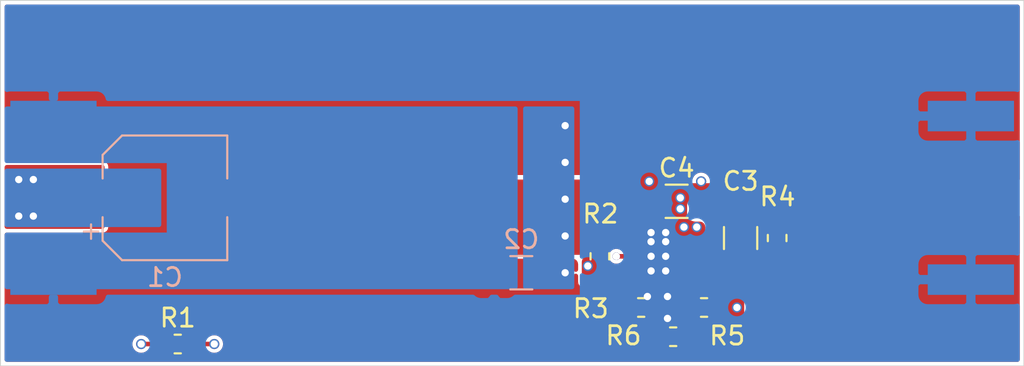
<source format=kicad_pcb>
(kicad_pcb (version 20171130) (host pcbnew "(5.1.5)-3")

  (general
    (thickness 1.6)
    (drawings 4)
    (tracks 49)
    (zones 0)
    (modules 13)
    (nets 11)
  )

  (page A4)
  (layers
    (0 F.Cu signal)
    (1 In1.Cu power)
    (2 In2.Cu power)
    (31 B.Cu signal)
    (32 B.Adhes user)
    (33 F.Adhes user)
    (34 B.Paste user)
    (35 F.Paste user)
    (36 B.SilkS user)
    (37 F.SilkS user)
    (38 B.Mask user)
    (39 F.Mask user hide)
    (40 Dwgs.User user)
    (41 Cmts.User user)
    (42 Eco1.User user)
    (43 Eco2.User user)
    (44 Edge.Cuts user)
    (45 Margin user)
    (46 B.CrtYd user)
    (47 F.CrtYd user)
    (48 B.Fab user hide)
    (49 F.Fab user hide)
  )

  (setup
    (last_trace_width 0.254)
    (user_trace_width 0.254)
    (trace_clearance 0.2)
    (zone_clearance 0.2)
    (zone_45_only no)
    (trace_min 0.2)
    (via_size 0.8)
    (via_drill 0.4)
    (via_min_size 0.4)
    (via_min_drill 0.3)
    (user_via 0.4 0.3048)
    (uvia_size 0.3)
    (uvia_drill 0.1)
    (uvias_allowed no)
    (uvia_min_size 0.2)
    (uvia_min_drill 0.1)
    (edge_width 0.05)
    (segment_width 0.2)
    (pcb_text_width 0.3)
    (pcb_text_size 1.5 1.5)
    (mod_edge_width 0.12)
    (mod_text_size 1 1)
    (mod_text_width 0.15)
    (pad_size 0.25 1)
    (pad_drill 0)
    (pad_to_mask_clearance 0.051)
    (solder_mask_min_width 0.25)
    (aux_axis_origin 0 0)
    (visible_elements 7FFFFFFF)
    (pcbplotparams
      (layerselection 0x010fc_ffffffff)
      (usegerberextensions false)
      (usegerberattributes false)
      (usegerberadvancedattributes false)
      (creategerberjobfile false)
      (excludeedgelayer true)
      (linewidth 0.100000)
      (plotframeref false)
      (viasonmask false)
      (mode 1)
      (useauxorigin false)
      (hpglpennumber 1)
      (hpglpenspeed 20)
      (hpglpendiameter 15.000000)
      (psnegative false)
      (psa4output false)
      (plotreference true)
      (plotvalue true)
      (plotinvisibletext false)
      (padsonsilk false)
      (subtractmaskfromsilk false)
      (outputformat 1)
      (mirror false)
      (drillshape 1)
      (scaleselection 1)
      (outputdirectory ""))
  )

  (net 0 "")
  (net 1 /VIN)
  (net 2 GND)
  (net 3 /VOUT)
  (net 4 /EN_UV)
  (net 5 /PG)
  (net 6 "Net-(C3-Pad2)")
  (net 7 /SET)
  (net 8 /OUTS)
  (net 9 /ILIM)
  (net 10 /PGFB)

  (net_class Default "This is the default net class."
    (clearance 0.2)
    (trace_width 0.25)
    (via_dia 0.8)
    (via_drill 0.4)
    (uvia_dia 0.3)
    (uvia_drill 0.1)
    (add_net /EN_UV)
    (add_net /ILIM)
    (add_net /OUTS)
    (add_net /PG)
    (add_net /PGFB)
    (add_net /SET)
    (add_net /VIN)
    (add_net /VOUT)
    (add_net GND)
    (add_net "Net-(C3-Pad2)")
  )

  (module Capacitor_SMD:CP_Elec_6.3x5.4 (layer B.Cu) (tedit 5BCA39D0) (tstamp 5E336D42)
    (at 106 100.8)
    (descr "SMD capacitor, aluminum electrolytic, Panasonic C55, 6.3x5.4mm")
    (tags "capacitor electrolytic")
    (path /5E227E73)
    (attr smd)
    (fp_text reference C1 (at 0 4.35) (layer B.SilkS)
      (effects (font (size 1 1) (thickness 0.15)) (justify mirror))
    )
    (fp_text value 22uF (at 0 -4.35) (layer B.Fab)
      (effects (font (size 1 1) (thickness 0.15)) (justify mirror))
    )
    (fp_circle (center 0 0) (end 3.15 0) (layer B.Fab) (width 0.1))
    (fp_line (start 3.3 3.3) (end 3.3 -3.3) (layer B.Fab) (width 0.1))
    (fp_line (start -2.3 3.3) (end 3.3 3.3) (layer B.Fab) (width 0.1))
    (fp_line (start -2.3 -3.3) (end 3.3 -3.3) (layer B.Fab) (width 0.1))
    (fp_line (start -3.3 2.3) (end -3.3 -2.3) (layer B.Fab) (width 0.1))
    (fp_line (start -3.3 2.3) (end -2.3 3.3) (layer B.Fab) (width 0.1))
    (fp_line (start -3.3 -2.3) (end -2.3 -3.3) (layer B.Fab) (width 0.1))
    (fp_line (start -2.704838 1.33) (end -2.074838 1.33) (layer B.Fab) (width 0.1))
    (fp_line (start -2.389838 1.645) (end -2.389838 1.015) (layer B.Fab) (width 0.1))
    (fp_line (start 3.41 -3.41) (end 3.41 -1.06) (layer B.SilkS) (width 0.12))
    (fp_line (start 3.41 3.41) (end 3.41 1.06) (layer B.SilkS) (width 0.12))
    (fp_line (start -2.345563 3.41) (end 3.41 3.41) (layer B.SilkS) (width 0.12))
    (fp_line (start -2.345563 -3.41) (end 3.41 -3.41) (layer B.SilkS) (width 0.12))
    (fp_line (start -3.41 -2.345563) (end -3.41 -1.06) (layer B.SilkS) (width 0.12))
    (fp_line (start -3.41 2.345563) (end -3.41 1.06) (layer B.SilkS) (width 0.12))
    (fp_line (start -3.41 2.345563) (end -2.345563 3.41) (layer B.SilkS) (width 0.12))
    (fp_line (start -3.41 -2.345563) (end -2.345563 -3.41) (layer B.SilkS) (width 0.12))
    (fp_line (start -4.4375 1.8475) (end -3.65 1.8475) (layer B.SilkS) (width 0.12))
    (fp_line (start -4.04375 2.24125) (end -4.04375 1.45375) (layer B.SilkS) (width 0.12))
    (fp_line (start 3.55 3.55) (end 3.55 1.05) (layer B.CrtYd) (width 0.05))
    (fp_line (start 3.55 1.05) (end 4.8 1.05) (layer B.CrtYd) (width 0.05))
    (fp_line (start 4.8 1.05) (end 4.8 -1.05) (layer B.CrtYd) (width 0.05))
    (fp_line (start 4.8 -1.05) (end 3.55 -1.05) (layer B.CrtYd) (width 0.05))
    (fp_line (start 3.55 -1.05) (end 3.55 -3.55) (layer B.CrtYd) (width 0.05))
    (fp_line (start -2.4 -3.55) (end 3.55 -3.55) (layer B.CrtYd) (width 0.05))
    (fp_line (start -2.4 3.55) (end 3.55 3.55) (layer B.CrtYd) (width 0.05))
    (fp_line (start -3.55 -2.4) (end -2.4 -3.55) (layer B.CrtYd) (width 0.05))
    (fp_line (start -3.55 2.4) (end -2.4 3.55) (layer B.CrtYd) (width 0.05))
    (fp_line (start -3.55 2.4) (end -3.55 1.05) (layer B.CrtYd) (width 0.05))
    (fp_line (start -3.55 -1.05) (end -3.55 -2.4) (layer B.CrtYd) (width 0.05))
    (fp_line (start -3.55 1.05) (end -4.8 1.05) (layer B.CrtYd) (width 0.05))
    (fp_line (start -4.8 1.05) (end -4.8 -1.05) (layer B.CrtYd) (width 0.05))
    (fp_line (start -4.8 -1.05) (end -3.55 -1.05) (layer B.CrtYd) (width 0.05))
    (fp_text user %R (at 0 0) (layer B.Fab)
      (effects (font (size 1 1) (thickness 0.15)) (justify mirror))
    )
    (pad 1 smd roundrect (at -2.8 0) (size 3.5 1.6) (layers B.Cu B.Paste B.Mask) (roundrect_rratio 0.15625)
      (net 1 /VIN))
    (pad 2 smd roundrect (at 2.8 0) (size 3.5 1.6) (layers B.Cu B.Paste B.Mask) (roundrect_rratio 0.15625)
      (net 2 GND))
    (model ${KISYS3DMOD}/Capacitor_SMD.3dshapes/CP_Elec_6.3x5.4.wrl
      (at (xyz 0 0 0))
      (scale (xyz 1 1 1))
      (rotate (xyz 0 0 0))
    )
  )

  (module Capacitor_SMD:C_1206_3216Metric_Pad1.42x1.75mm_HandSolder (layer B.Cu) (tedit 5B301BBE) (tstamp 5E336D53)
    (at 125.5 104.9 180)
    (descr "Capacitor SMD 1206 (3216 Metric), square (rectangular) end terminal, IPC_7351 nominal with elongated pad for handsoldering. (Body size source: http://www.tortai-tech.com/upload/download/2011102023233369053.pdf), generated with kicad-footprint-generator")
    (tags "capacitor handsolder")
    (path /5E227263)
    (attr smd)
    (fp_text reference C2 (at 0 1.82) (layer B.SilkS)
      (effects (font (size 1 1) (thickness 0.15)) (justify mirror))
    )
    (fp_text value 4.7uF (at 0 -1.82) (layer B.Fab)
      (effects (font (size 1 1) (thickness 0.15)) (justify mirror))
    )
    (fp_line (start -1.6 -0.8) (end -1.6 0.8) (layer B.Fab) (width 0.1))
    (fp_line (start -1.6 0.8) (end 1.6 0.8) (layer B.Fab) (width 0.1))
    (fp_line (start 1.6 0.8) (end 1.6 -0.8) (layer B.Fab) (width 0.1))
    (fp_line (start 1.6 -0.8) (end -1.6 -0.8) (layer B.Fab) (width 0.1))
    (fp_line (start -0.602064 0.91) (end 0.602064 0.91) (layer B.SilkS) (width 0.12))
    (fp_line (start -0.602064 -0.91) (end 0.602064 -0.91) (layer B.SilkS) (width 0.12))
    (fp_line (start -2.45 -1.12) (end -2.45 1.12) (layer B.CrtYd) (width 0.05))
    (fp_line (start -2.45 1.12) (end 2.45 1.12) (layer B.CrtYd) (width 0.05))
    (fp_line (start 2.45 1.12) (end 2.45 -1.12) (layer B.CrtYd) (width 0.05))
    (fp_line (start 2.45 -1.12) (end -2.45 -1.12) (layer B.CrtYd) (width 0.05))
    (fp_text user %R (at 0 0) (layer B.Fab)
      (effects (font (size 0.8 0.8) (thickness 0.12)) (justify mirror))
    )
    (pad 1 smd roundrect (at -1.4875 0 180) (size 1.425 1.75) (layers B.Cu B.Paste B.Mask) (roundrect_rratio 0.175439)
      (net 1 /VIN))
    (pad 2 smd roundrect (at 1.4875 0 180) (size 1.425 1.75) (layers B.Cu B.Paste B.Mask) (roundrect_rratio 0.175439)
      (net 2 GND))
    (model ${KISYS3DMOD}/Capacitor_SMD.3dshapes/C_1206_3216Metric.wrl
      (at (xyz 0 0 0))
      (scale (xyz 1 1 1))
      (rotate (xyz 0 0 0))
    )
  )

  (module Capacitor_SMD:C_1206_3216Metric_Pad1.42x1.75mm_HandSolder (layer F.Cu) (tedit 5E336D88) (tstamp 5E336D64)
    (at 137.5 103 90)
    (descr "Capacitor SMD 1206 (3216 Metric), square (rectangular) end terminal, IPC_7351 nominal with elongated pad for handsoldering. (Body size source: http://www.tortai-tech.com/upload/download/2011102023233369053.pdf), generated with kicad-footprint-generator")
    (tags "capacitor handsolder")
    (path /5E233AC4)
    (attr smd)
    (fp_text reference C3 (at 3.11 0) (layer F.SilkS)
      (effects (font (size 1 1) (thickness 0.15)))
    )
    (fp_text value 4.7uF (at 0 1.82 90) (layer F.Fab)
      (effects (font (size 1 1) (thickness 0.15)))
    )
    (fp_text user %R (at 0 0 90) (layer F.Fab)
      (effects (font (size 0.8 0.8) (thickness 0.12)))
    )
    (fp_line (start 2.45 1.12) (end -2.45 1.12) (layer F.CrtYd) (width 0.05))
    (fp_line (start 2.45 -1.12) (end 2.45 1.12) (layer F.CrtYd) (width 0.05))
    (fp_line (start -2.45 -1.12) (end 2.45 -1.12) (layer F.CrtYd) (width 0.05))
    (fp_line (start -2.45 1.12) (end -2.45 -1.12) (layer F.CrtYd) (width 0.05))
    (fp_line (start -0.602064 0.91) (end 0.602064 0.91) (layer F.SilkS) (width 0.12))
    (fp_line (start -0.602064 -0.91) (end 0.602064 -0.91) (layer F.SilkS) (width 0.12))
    (fp_line (start 1.6 0.8) (end -1.6 0.8) (layer F.Fab) (width 0.1))
    (fp_line (start 1.6 -0.8) (end 1.6 0.8) (layer F.Fab) (width 0.1))
    (fp_line (start -1.6 -0.8) (end 1.6 -0.8) (layer F.Fab) (width 0.1))
    (fp_line (start -1.6 0.8) (end -1.6 -0.8) (layer F.Fab) (width 0.1))
    (pad 2 smd roundrect (at 1.4875 0 90) (size 1.425 1.75) (layers F.Cu F.Paste F.Mask) (roundrect_rratio 0.175)
      (net 6 "Net-(C3-Pad2)"))
    (pad 1 smd roundrect (at -1.4875 0 90) (size 1.425 1.75) (layers F.Cu F.Paste F.Mask) (roundrect_rratio 0.175439)
      (net 7 /SET))
    (model ${KISYS3DMOD}/Capacitor_SMD.3dshapes/C_1206_3216Metric.wrl
      (at (xyz 0 0 0))
      (scale (xyz 1 1 1))
      (rotate (xyz 0 0 0))
    )
  )

  (module Straightener01:DFN-10 (layer F.Cu) (tedit 5E445622) (tstamp 5E336D84)
    (at 133 104 270)
    (path /5E22EFD2)
    (fp_text reference IC1 (at 0 -2.925 90) (layer F.SilkS) hide
      (effects (font (size 1 1) (thickness 0.15)))
    )
    (fp_text value LT3045EDD (at 0 -3.925 90) (layer F.Fab)
      (effects (font (size 1 1) (thickness 0.15)))
    )
    (pad 1 smd rect (at -1 1.525 270) (size 0.25 1) (layers F.Cu F.Paste F.Mask)
      (net 1 /VIN))
    (pad 2 smd rect (at -0.5 1.525 270) (size 0.25 1) (layers F.Cu F.Paste F.Mask)
      (net 1 /VIN))
    (pad 3 smd rect (at 0 1.525 270) (size 0.25 1) (layers F.Cu F.Paste F.Mask)
      (net 4 /EN_UV))
    (pad 4 smd rect (at 0.5 1.525 270) (size 0.25 1) (layers F.Cu F.Paste F.Mask)
      (net 5 /PG))
    (pad 5 smd rect (at 1 1.525 270) (size 0.25 1) (layers F.Cu F.Paste F.Mask)
      (net 9 /ILIM))
    (pad 6 smd rect (at 1 -1.525 270) (size 0.25 1) (layers F.Cu F.Paste F.Mask)
      (net 10 /PGFB))
    (pad 7 smd rect (at 0.5 -1.525 270) (size 0.25 1) (layers F.Cu F.Paste F.Mask)
      (net 7 /SET))
    (pad 8 smd rect (at 0 -1.525 270) (size 0.25 1) (layers F.Cu F.Paste F.Mask)
      (net 2 GND))
    (pad 9 smd rect (at -0.5 -1.525 270) (size 0.25 1) (layers F.Cu F.Paste F.Mask)
      (net 8 /OUTS))
    (pad 10 smd rect (at -1 -1.525 270) (size 0.25 1) (layers F.Cu F.Paste F.Mask)
      (net 3 /VOUT))
    (pad 11 smd rect (at 0 0 270) (size 2.38 1.65) (layers F.Cu F.Paste F.Mask)
      (net 2 GND))
    (model ${KIPRJMOD}/Straightener01.3dshapes/DFN-10.wrl
      (at (xyz 0 0 0))
      (scale (xyz 1 1 1))
      (rotate (xyz 0 0 0))
    )
  )

  (module Straightener01:C112640 (layer F.Cu) (tedit 5E222216) (tstamp 5E336D8D)
    (at 99.9 100.8 270)
    (path /5E22316F)
    (fp_text reference J1 (at 0 -4.1 90) (layer F.SilkS) hide
      (effects (font (size 1 1) (thickness 0.15)))
    )
    (fp_text value C112640 (at 0 -5.1 90) (layer F.Fab) hide
      (effects (font (size 1 1) (thickness 0.15)))
    )
    (pad 2 smd rect (at 4.475 0 270) (size 1.67 4.72) (layers B.Cu B.Paste B.Mask)
      (net 2 GND) (solder_mask_margin 0.5) (clearance 0.5))
    (pad 2 smd rect (at -4.475 0 270) (size 1.67 4.72) (layers B.Cu B.Paste B.Mask)
      (net 2 GND) (solder_mask_margin 0.5) (clearance 0.5))
    (pad 1 smd rect (at 0 0 270) (size 0.86 4.72) (layers F.Cu F.Paste F.Mask)
      (net 1 /VIN) (solder_mask_margin 0.5) (clearance 0.5))
    (pad 2 smd rect (at 4.925 0 270) (size 1.35 4.72) (layers F.Cu F.Paste F.Mask)
      (net 2 GND) (solder_mask_margin 0.5) (clearance 0.5))
    (pad 2 smd rect (at -4.925 0 270) (size 1.35 4.72) (layers F.Cu F.Paste F.Mask)
      (net 2 GND) (solder_mask_margin 0.5) (clearance 0.5))
    (model ${KIPRJMOD}/Straightener01.3dshapes/C112640.wrl
      (at (xyz 0 0 0))
      (scale (xyz 1 1 1))
      (rotate (xyz 0 0 0))
    )
  )

  (module Straightener01:C112640 (layer F.Cu) (tedit 5E222216) (tstamp 5E336D96)
    (at 150.1 100.8 90)
    (path /5E223758)
    (fp_text reference J2 (at 0 -4.1 90) (layer F.SilkS) hide
      (effects (font (size 1 1) (thickness 0.15)))
    )
    (fp_text value C112640 (at 0 -5.1 90) (layer F.Fab) hide
      (effects (font (size 1 1) (thickness 0.15)))
    )
    (pad 2 smd rect (at -4.925 0 90) (size 1.35 4.72) (layers F.Cu F.Paste F.Mask)
      (net 2 GND) (solder_mask_margin 0.5) (clearance 0.5))
    (pad 2 smd rect (at 4.925 0 90) (size 1.35 4.72) (layers F.Cu F.Paste F.Mask)
      (net 2 GND) (solder_mask_margin 0.5) (clearance 0.5))
    (pad 1 smd rect (at 0 0 90) (size 0.86 4.72) (layers F.Cu F.Paste F.Mask)
      (net 3 /VOUT) (solder_mask_margin 0.5) (clearance 0.5))
    (pad 2 smd rect (at -4.475 0 90) (size 1.67 4.72) (layers B.Cu B.Paste B.Mask)
      (net 2 GND) (solder_mask_margin 0.5) (clearance 0.5))
    (pad 2 smd rect (at 4.475 0 90) (size 1.67 4.72) (layers B.Cu B.Paste B.Mask)
      (net 2 GND) (solder_mask_margin 0.5) (clearance 0.5))
    (model ${KIPRJMOD}/Straightener01.3dshapes/C112640.wrl
      (at (xyz 0 0 0))
      (scale (xyz 1 1 1))
      (rotate (xyz 0 0 0))
    )
  )

  (module Resistor_SMD:R_0603_1608Metric_Pad1.05x0.95mm_HandSolder (layer F.Cu) (tedit 5B301BBD) (tstamp 5E336DA7)
    (at 106.7 108.8)
    (descr "Resistor SMD 0603 (1608 Metric), square (rectangular) end terminal, IPC_7351 nominal with elongated pad for handsoldering. (Body size source: http://www.tortai-tech.com/upload/download/2011102023233369053.pdf), generated with kicad-footprint-generator")
    (tags "resistor handsolder")
    (path /5E22B156)
    (attr smd)
    (fp_text reference R1 (at 0 -1.43) (layer F.SilkS)
      (effects (font (size 1 1) (thickness 0.15)))
    )
    (fp_text value SET (at 0 1.43) (layer F.Fab)
      (effects (font (size 1 1) (thickness 0.15)))
    )
    (fp_text user %R (at 0 0) (layer F.Fab)
      (effects (font (size 0.4 0.4) (thickness 0.06)))
    )
    (fp_line (start 1.65 0.73) (end -1.65 0.73) (layer F.CrtYd) (width 0.05))
    (fp_line (start 1.65 -0.73) (end 1.65 0.73) (layer F.CrtYd) (width 0.05))
    (fp_line (start -1.65 -0.73) (end 1.65 -0.73) (layer F.CrtYd) (width 0.05))
    (fp_line (start -1.65 0.73) (end -1.65 -0.73) (layer F.CrtYd) (width 0.05))
    (fp_line (start -0.171267 0.51) (end 0.171267 0.51) (layer F.SilkS) (width 0.12))
    (fp_line (start -0.171267 -0.51) (end 0.171267 -0.51) (layer F.SilkS) (width 0.12))
    (fp_line (start 0.8 0.4) (end -0.8 0.4) (layer F.Fab) (width 0.1))
    (fp_line (start 0.8 -0.4) (end 0.8 0.4) (layer F.Fab) (width 0.1))
    (fp_line (start -0.8 -0.4) (end 0.8 -0.4) (layer F.Fab) (width 0.1))
    (fp_line (start -0.8 0.4) (end -0.8 -0.4) (layer F.Fab) (width 0.1))
    (pad 2 smd roundrect (at 0.875 0) (size 1.05 0.95) (layers F.Cu F.Paste F.Mask) (roundrect_rratio 0.25)
      (net 4 /EN_UV))
    (pad 1 smd roundrect (at -0.875 0) (size 1.05 0.95) (layers F.Cu F.Paste F.Mask) (roundrect_rratio 0.25)
      (net 1 /VIN))
    (model ${KISYS3DMOD}/Resistor_SMD.3dshapes/R_0603_1608Metric.wrl
      (at (xyz 0 0 0))
      (scale (xyz 1 1 1))
      (rotate (xyz 0 0 0))
    )
  )

  (module Resistor_SMD:R_0603_1608Metric_Pad1.05x0.95mm_HandSolder (layer F.Cu) (tedit 5B301BBD) (tstamp 5E336DB8)
    (at 129.8 104 270)
    (descr "Resistor SMD 0603 (1608 Metric), square (rectangular) end terminal, IPC_7351 nominal with elongated pad for handsoldering. (Body size source: http://www.tortai-tech.com/upload/download/2011102023233369053.pdf), generated with kicad-footprint-generator")
    (tags "resistor handsolder")
    (path /5E230608)
    (attr smd)
    (fp_text reference R2 (at -2.32 -0.03 180) (layer F.SilkS)
      (effects (font (size 1 1) (thickness 0.15)))
    )
    (fp_text value 200k (at 0 1.43 90) (layer F.Fab)
      (effects (font (size 1 1) (thickness 0.15)))
    )
    (fp_line (start -0.8 0.4) (end -0.8 -0.4) (layer F.Fab) (width 0.1))
    (fp_line (start -0.8 -0.4) (end 0.8 -0.4) (layer F.Fab) (width 0.1))
    (fp_line (start 0.8 -0.4) (end 0.8 0.4) (layer F.Fab) (width 0.1))
    (fp_line (start 0.8 0.4) (end -0.8 0.4) (layer F.Fab) (width 0.1))
    (fp_line (start -0.171267 -0.51) (end 0.171267 -0.51) (layer F.SilkS) (width 0.12))
    (fp_line (start -0.171267 0.51) (end 0.171267 0.51) (layer F.SilkS) (width 0.12))
    (fp_line (start -1.65 0.73) (end -1.65 -0.73) (layer F.CrtYd) (width 0.05))
    (fp_line (start -1.65 -0.73) (end 1.65 -0.73) (layer F.CrtYd) (width 0.05))
    (fp_line (start 1.65 -0.73) (end 1.65 0.73) (layer F.CrtYd) (width 0.05))
    (fp_line (start 1.65 0.73) (end -1.65 0.73) (layer F.CrtYd) (width 0.05))
    (fp_text user %R (at 0 0 90) (layer F.Fab)
      (effects (font (size 0.4 0.4) (thickness 0.06)))
    )
    (pad 1 smd roundrect (at -0.875 0 270) (size 1.05 0.95) (layers F.Cu F.Paste F.Mask) (roundrect_rratio 0.25)
      (net 1 /VIN))
    (pad 2 smd roundrect (at 0.875 0 270) (size 1.05 0.95) (layers F.Cu F.Paste F.Mask) (roundrect_rratio 0.25)
      (net 5 /PG))
    (model ${KISYS3DMOD}/Resistor_SMD.3dshapes/R_0603_1608Metric.wrl
      (at (xyz 0 0 0))
      (scale (xyz 1 1 1))
      (rotate (xyz 0 0 0))
    )
  )

  (module Resistor_SMD:R_0603_1608Metric_Pad1.05x0.95mm_HandSolder (layer F.Cu) (tedit 5E34BF9A) (tstamp 5E336DC9)
    (at 132.06 106.8)
    (descr "Resistor SMD 0603 (1608 Metric), square (rectangular) end terminal, IPC_7351 nominal with elongated pad for handsoldering. (Body size source: http://www.tortai-tech.com/upload/download/2011102023233369053.pdf), generated with kicad-footprint-generator")
    (tags "resistor handsolder")
    (path /5E232A06)
    (attr smd)
    (fp_text reference R3 (at -2.76 0.06) (layer F.SilkS)
      (effects (font (size 1 1) (thickness 0.15)))
    )
    (fp_text value 249 (at 0 1.43) (layer F.Fab)
      (effects (font (size 1 1) (thickness 0.15)))
    )
    (fp_text user %R (at 0 0) (layer F.Fab)
      (effects (font (size 0.4 0.4) (thickness 0.06)))
    )
    (fp_line (start 1.65 0.73) (end -1.65 0.73) (layer F.CrtYd) (width 0.05))
    (fp_line (start 1.65 -0.73) (end 1.65 0.73) (layer F.CrtYd) (width 0.05))
    (fp_line (start -1.65 -0.73) (end 1.65 -0.73) (layer F.CrtYd) (width 0.05))
    (fp_line (start -1.65 0.73) (end -1.65 -0.73) (layer F.CrtYd) (width 0.05))
    (fp_line (start -0.171267 0.51) (end 0.171267 0.51) (layer F.SilkS) (width 0.12))
    (fp_line (start -0.171267 -0.51) (end 0.171267 -0.51) (layer F.SilkS) (width 0.12))
    (fp_line (start 0.8 0.4) (end -0.8 0.4) (layer F.Fab) (width 0.1))
    (fp_line (start 0.8 -0.4) (end 0.8 0.4) (layer F.Fab) (width 0.1))
    (fp_line (start -0.8 -0.4) (end 0.8 -0.4) (layer F.Fab) (width 0.1))
    (fp_line (start -0.8 0.4) (end -0.8 -0.4) (layer F.Fab) (width 0.1))
    (pad 2 smd roundrect (at 0.875 0) (size 1.05 0.95) (layers F.Cu F.Paste F.Mask) (roundrect_rratio 0.25)
      (net 2 GND))
    (pad 1 smd roundrect (at -0.875 0) (size 1.05 0.95) (layers F.Cu F.Paste F.Mask) (roundrect_rratio 0.25)
      (net 9 /ILIM))
    (model ${KISYS3DMOD}/Resistor_SMD.3dshapes/R_0603_1608Metric.wrl
      (at (xyz 0 0 0))
      (scale (xyz 1 1 1))
      (rotate (xyz 0 0 0))
    )
  )

  (module Resistor_SMD:R_0603_1608Metric_Pad1.05x0.95mm_HandSolder (layer F.Cu) (tedit 5B301BBD) (tstamp 5E336DDA)
    (at 139.5 103 90)
    (descr "Resistor SMD 0603 (1608 Metric), square (rectangular) end terminal, IPC_7351 nominal with elongated pad for handsoldering. (Body size source: http://www.tortai-tech.com/upload/download/2011102023233369053.pdf), generated with kicad-footprint-generator")
    (tags "resistor handsolder")
    (path /5E235C8D)
    (attr smd)
    (fp_text reference R4 (at 2.26 0.02 180) (layer F.SilkS)
      (effects (font (size 1 1) (thickness 0.15)))
    )
    (fp_text value SET (at 0 1.43 90) (layer F.Fab)
      (effects (font (size 1 1) (thickness 0.15)))
    )
    (fp_line (start -0.8 0.4) (end -0.8 -0.4) (layer F.Fab) (width 0.1))
    (fp_line (start -0.8 -0.4) (end 0.8 -0.4) (layer F.Fab) (width 0.1))
    (fp_line (start 0.8 -0.4) (end 0.8 0.4) (layer F.Fab) (width 0.1))
    (fp_line (start 0.8 0.4) (end -0.8 0.4) (layer F.Fab) (width 0.1))
    (fp_line (start -0.171267 -0.51) (end 0.171267 -0.51) (layer F.SilkS) (width 0.12))
    (fp_line (start -0.171267 0.51) (end 0.171267 0.51) (layer F.SilkS) (width 0.12))
    (fp_line (start -1.65 0.73) (end -1.65 -0.73) (layer F.CrtYd) (width 0.05))
    (fp_line (start -1.65 -0.73) (end 1.65 -0.73) (layer F.CrtYd) (width 0.05))
    (fp_line (start 1.65 -0.73) (end 1.65 0.73) (layer F.CrtYd) (width 0.05))
    (fp_line (start 1.65 0.73) (end -1.65 0.73) (layer F.CrtYd) (width 0.05))
    (fp_text user %R (at 0 0 90) (layer F.Fab)
      (effects (font (size 0.4 0.4) (thickness 0.06)))
    )
    (pad 1 smd roundrect (at -0.875 0 90) (size 1.05 0.95) (layers F.Cu F.Paste F.Mask) (roundrect_rratio 0.25)
      (net 7 /SET))
    (pad 2 smd roundrect (at 0.875 0 90) (size 1.05 0.95) (layers F.Cu F.Paste F.Mask) (roundrect_rratio 0.25)
      (net 6 "Net-(C3-Pad2)"))
    (model ${KISYS3DMOD}/Resistor_SMD.3dshapes/R_0603_1608Metric.wrl
      (at (xyz 0 0 0))
      (scale (xyz 1 1 1))
      (rotate (xyz 0 0 0))
    )
  )

  (module Resistor_SMD:R_0603_1608Metric_Pad1.05x0.95mm_HandSolder (layer F.Cu) (tedit 5B301BBD) (tstamp 5E336DEB)
    (at 135.5 106.8 180)
    (descr "Resistor SMD 0603 (1608 Metric), square (rectangular) end terminal, IPC_7351 nominal with elongated pad for handsoldering. (Body size source: http://www.tortai-tech.com/upload/download/2011102023233369053.pdf), generated with kicad-footprint-generator")
    (tags "resistor handsolder")
    (path /5E237473)
    (attr smd)
    (fp_text reference R5 (at -1.27 -1.55) (layer F.SilkS)
      (effects (font (size 1 1) (thickness 0.15)))
    )
    (fp_text value 453k (at 0 1.43) (layer F.Fab)
      (effects (font (size 1 1) (thickness 0.15)))
    )
    (fp_text user %R (at 0 0) (layer F.Fab)
      (effects (font (size 0.4 0.4) (thickness 0.06)))
    )
    (fp_line (start 1.65 0.73) (end -1.65 0.73) (layer F.CrtYd) (width 0.05))
    (fp_line (start 1.65 -0.73) (end 1.65 0.73) (layer F.CrtYd) (width 0.05))
    (fp_line (start -1.65 -0.73) (end 1.65 -0.73) (layer F.CrtYd) (width 0.05))
    (fp_line (start -1.65 0.73) (end -1.65 -0.73) (layer F.CrtYd) (width 0.05))
    (fp_line (start -0.171267 0.51) (end 0.171267 0.51) (layer F.SilkS) (width 0.12))
    (fp_line (start -0.171267 -0.51) (end 0.171267 -0.51) (layer F.SilkS) (width 0.12))
    (fp_line (start 0.8 0.4) (end -0.8 0.4) (layer F.Fab) (width 0.1))
    (fp_line (start 0.8 -0.4) (end 0.8 0.4) (layer F.Fab) (width 0.1))
    (fp_line (start -0.8 -0.4) (end 0.8 -0.4) (layer F.Fab) (width 0.1))
    (fp_line (start -0.8 0.4) (end -0.8 -0.4) (layer F.Fab) (width 0.1))
    (pad 2 smd roundrect (at 0.875 0 180) (size 1.05 0.95) (layers F.Cu F.Paste F.Mask) (roundrect_rratio 0.25)
      (net 10 /PGFB))
    (pad 1 smd roundrect (at -0.875 0 180) (size 1.05 0.95) (layers F.Cu F.Paste F.Mask) (roundrect_rratio 0.25)
      (net 3 /VOUT))
    (model ${KISYS3DMOD}/Resistor_SMD.3dshapes/R_0603_1608Metric.wrl
      (at (xyz 0 0 0))
      (scale (xyz 1 1 1))
      (rotate (xyz 0 0 0))
    )
  )

  (module Resistor_SMD:R_0603_1608Metric_Pad1.05x0.95mm_HandSolder (layer F.Cu) (tedit 5E34BF9D) (tstamp 5E336DFC)
    (at 133.81 108.4 180)
    (descr "Resistor SMD 0603 (1608 Metric), square (rectangular) end terminal, IPC_7351 nominal with elongated pad for handsoldering. (Body size source: http://www.tortai-tech.com/upload/download/2011102023233369053.pdf), generated with kicad-footprint-generator")
    (tags "resistor handsolder")
    (path /5E239B55)
    (attr smd)
    (fp_text reference R6 (at 2.72 0.06) (layer F.SilkS)
      (effects (font (size 1 1) (thickness 0.15)))
    )
    (fp_text value 49.9k (at 0 1.43) (layer F.Fab)
      (effects (font (size 1 1) (thickness 0.15)))
    )
    (fp_line (start -0.8 0.4) (end -0.8 -0.4) (layer F.Fab) (width 0.1))
    (fp_line (start -0.8 -0.4) (end 0.8 -0.4) (layer F.Fab) (width 0.1))
    (fp_line (start 0.8 -0.4) (end 0.8 0.4) (layer F.Fab) (width 0.1))
    (fp_line (start 0.8 0.4) (end -0.8 0.4) (layer F.Fab) (width 0.1))
    (fp_line (start -0.171267 -0.51) (end 0.171267 -0.51) (layer F.SilkS) (width 0.12))
    (fp_line (start -0.171267 0.51) (end 0.171267 0.51) (layer F.SilkS) (width 0.12))
    (fp_line (start -1.65 0.73) (end -1.65 -0.73) (layer F.CrtYd) (width 0.05))
    (fp_line (start -1.65 -0.73) (end 1.65 -0.73) (layer F.CrtYd) (width 0.05))
    (fp_line (start 1.65 -0.73) (end 1.65 0.73) (layer F.CrtYd) (width 0.05))
    (fp_line (start 1.65 0.73) (end -1.65 0.73) (layer F.CrtYd) (width 0.05))
    (fp_text user %R (at 0 0) (layer F.Fab)
      (effects (font (size 0.4 0.4) (thickness 0.06)))
    )
    (pad 1 smd roundrect (at -0.875 0 180) (size 1.05 0.95) (layers F.Cu F.Paste F.Mask) (roundrect_rratio 0.25)
      (net 10 /PGFB))
    (pad 2 smd roundrect (at 0.875 0 180) (size 1.05 0.95) (layers F.Cu F.Paste F.Mask) (roundrect_rratio 0.25)
      (net 2 GND))
    (model ${KISYS3DMOD}/Resistor_SMD.3dshapes/R_0603_1608Metric.wrl
      (at (xyz 0 0 0))
      (scale (xyz 1 1 1))
      (rotate (xyz 0 0 0))
    )
  )

  (module Straightener01:C_1206_Split (layer F.Cu) (tedit 5E34C504) (tstamp 5E337F4B)
    (at 134 100.99)
    (descr "Capacitor SMD 1206 (3216 Metric), square (rectangular) end terminal, IPC_7351 nominal with elongated pad for handsoldering. (Body size source: http://www.tortai-tech.com/upload/download/2011102023233369053.pdf), generated with kicad-footprint-generator")
    (tags "capacitor handsolder")
    (path /5E36F88B)
    (attr smd)
    (fp_text reference C4 (at 0 -1.82) (layer F.SilkS)
      (effects (font (size 1 1) (thickness 0.15)))
    )
    (fp_text value 10uF (at 0 1.82) (layer F.Fab) hide
      (effects (font (size 1 1) (thickness 0.15)))
    )
    (fp_line (start -1.6 0.8) (end -1.6 -0.8) (layer F.Fab) (width 0.1))
    (fp_line (start -1.6 -0.8) (end 1.6 -0.8) (layer F.Fab) (width 0.1))
    (fp_line (start 1.6 -0.8) (end 1.6 0.8) (layer F.Fab) (width 0.1))
    (fp_line (start 1.6 0.8) (end -1.6 0.8) (layer F.Fab) (width 0.1))
    (fp_line (start -0.602064 -0.91) (end 0.602064 -0.91) (layer F.SilkS) (width 0.12))
    (fp_line (start -0.602064 0.91) (end 0.602064 0.91) (layer F.SilkS) (width 0.12))
    (fp_line (start -2.45 1.12) (end -2.45 -1.12) (layer F.CrtYd) (width 0.05))
    (fp_line (start -2.45 -1.12) (end 2.45 -1.12) (layer F.CrtYd) (width 0.05))
    (fp_line (start 2.45 -1.12) (end 2.45 1.12) (layer F.CrtYd) (width 0.05))
    (fp_line (start 2.45 1.12) (end -2.45 1.12) (layer F.CrtYd) (width 0.05))
    (fp_text user %R (at 0 0) (layer F.Fab) hide
      (effects (font (size 0.8 0.8) (thickness 0.12)))
    )
    (pad 1 smd roundrect (at -1.4875 -0.475) (size 1.425 0.8) (layers F.Cu F.Paste F.Mask) (roundrect_rratio 0.175)
      (net 6 "Net-(C3-Pad2)"))
    (pad 2 smd roundrect (at -1.4875 0.475) (size 1.425 0.8) (layers F.Cu F.Paste F.Mask) (roundrect_rratio 0.175)
      (net 2 GND))
    (pad 3 smd roundrect (at 1.4875 -0.475) (size 1.425 0.8) (layers F.Cu F.Paste F.Mask) (roundrect_rratio 0.175)
      (net 3 /VOUT))
    (pad 4 smd roundrect (at 1.4875 0.475) (size 1.425 0.8) (layers F.Cu F.Paste F.Mask) (roundrect_rratio 0.175)
      (net 8 /OUTS))
    (model ${KISYS3DMOD}/Capacitor_SMD.3dshapes/C_1206_3216Metric.wrl
      (at (xyz 0 0 0))
      (scale (xyz 1 1 1))
      (rotate (xyz 0 0 0))
    )
  )

  (gr_line (start 153 110) (end 97 110) (layer Edge.Cuts) (width 0.05) (tstamp 5E338071))
  (gr_line (start 153 90) (end 153 110) (layer Edge.Cuts) (width 0.05))
  (gr_line (start 97 90) (end 153 90) (layer Edge.Cuts) (width 0.05))
  (gr_line (start 97 110) (end 97 90) (layer Edge.Cuts) (width 0.05))

  (via (at 108.7 108.8) (size 0.5588) (drill 0.4) (layers F.Cu B.Cu) (net 4) (tstamp 5E4461F5))
  (via (at 104.7 108.8) (size 0.5588) (drill 0.4) (layers F.Cu B.Cu) (net 1) (tstamp 5E4461F5))
  (via (at 98 99.8) (size 0.8) (drill 0.4) (layers F.Cu B.Cu) (net 1))
  (via (at 98.8 99.8) (size 0.8) (drill 0.4) (layers F.Cu B.Cu) (net 1))
  (via (at 98 101.8) (size 0.8) (drill 0.4) (layers F.Cu B.Cu) (net 1))
  (via (at 98.8 101.8) (size 0.8) (drill 0.4) (layers F.Cu B.Cu) (net 1))
  (via (at 127.9 104.9) (size 0.5588) (drill 0.4) (layers F.Cu B.Cu) (net 1) (tstamp 5E445362))
  (via (at 127.9 102.8875) (size 0.5588) (drill 0.4) (layers F.Cu B.Cu) (net 1) (tstamp 5E445362))
  (via (at 127.9 100.875) (size 0.5588) (drill 0.4) (layers F.Cu B.Cu) (net 1) (tstamp 5E445362))
  (via (at 127.9 98.8625) (size 0.5588) (drill 0.4) (layers F.Cu B.Cu) (net 1) (tstamp 5E445362))
  (via (at 127.9 96.85) (size 0.5588) (drill 0.4) (layers F.Cu B.Cu) (net 1) (tstamp 5E445362))
  (segment (start 105.825 108.8) (end 104.7 108.8) (width 0.25) (layer F.Cu) (net 1))
  (segment (start 104.7 108.8) (end 100.4 108.8) (width 0.25) (layer In2.Cu) (net 1))
  (segment (start 98.8 107.2) (end 98.8 101.8) (width 0.25) (layer In2.Cu) (net 1))
  (segment (start 100.4 108.8) (end 98.8 107.2) (width 0.25) (layer In2.Cu) (net 1))
  (via (at 132.4 106.2) (size 0.5588) (drill 0.4) (layers F.Cu B.Cu) (net 2) (tstamp 5E445362))
  (via (at 133.5 106.2) (size 0.5588) (drill 0.4) (layers F.Cu B.Cu) (net 2) (tstamp 5E445362))
  (via (at 133.5 107.4) (size 0.5588) (drill 0.4) (layers F.Cu B.Cu) (net 2) (tstamp 5E445362))
  (via (at 132.6 102.7) (size 0.5588) (drill 0.4) (layers F.Cu B.Cu) (net 2) (tstamp 5E445362))
  (via (at 133.4 102.7) (size 0.5588) (drill 0.4) (layers F.Cu B.Cu) (net 2) (tstamp 5E445362))
  (via (at 133.4 104.8) (size 0.5588) (layers F.Cu B.Cu) (net 2) (tstamp 5E34BEFD))
  (via (at 132.602 104.8) (size 0.5588) (layers F.Cu B.Cu) (net 2) (tstamp 5E34BEFD))
  (via (at 133.4 103.999) (size 0.5588) (layers F.Cu B.Cu) (net 2) (tstamp 5E34BEFD))
  (via (at 132.602 103.999) (size 0.5588) (layers F.Cu B.Cu) (net 2) (tstamp 5E34BEFD))
  (via (at 133.4 103.199) (size 0.5588) (layers F.Cu B.Cu) (net 2) (tstamp 5E34BEFD))
  (via (at 132.6 103.2) (size 0.5588) (layers F.Cu B.Cu) (net 2) (tstamp 5E34BEFD))
  (via (at 134.4 102.4) (size 0.5588) (drill 0.4) (layers F.Cu B.Cu) (net 3) (tstamp 5E445362))
  (via (at 135.1 102.4) (size 0.5588) (drill 0.4) (layers F.Cu B.Cu) (net 3) (tstamp 5E445362))
  (via (at 134.2 100.8) (size 0.5588) (drill 0.4) (layers F.Cu B.Cu) (net 3) (tstamp 5E445362))
  (via (at 134.2 101.4) (size 0.5588) (drill 0.4) (layers F.Cu B.Cu) (net 3) (tstamp 5E445362))
  (via (at 137.3 106.8) (size 0.5588) (drill 0.4) (layers F.Cu B.Cu) (net 3) (tstamp 5E34C96D))
  (via (at 135.34 99.9) (size 0.5588) (drill 0.4) (layers F.Cu B.Cu) (net 3) (tstamp 5E34C8C8))
  (segment (start 135.34 100.3675) (end 135.4875 100.515) (width 0.254) (layer F.Cu) (net 3))
  (segment (start 135.34 99.91) (end 135.34 100.3675) (width 0.254) (layer F.Cu) (net 3))
  (segment (start 134.4 103.9) (end 134.4 102.4) (width 0.254) (layer In2.Cu) (net 3))
  (segment (start 137.3 106.8) (end 134.4 103.9) (width 0.254) (layer In2.Cu) (net 3))
  (via (at 130.7 104) (size 0.41) (drill 0.4) (layers F.Cu B.Cu) (net 4) (tstamp 5E445612))
  (segment (start 131.475 104) (end 130.7 104) (width 0.25) (layer F.Cu) (net 4))
  (segment (start 107.575 108.8) (end 108.7 108.8) (width 0.25) (layer F.Cu) (net 4))
  (segment (start 130.7 104) (end 130.3 103.6) (width 0.254) (layer In1.Cu) (net 4))
  (segment (start 108.7 107.4) (end 108.7 108.8) (width 0.254) (layer In1.Cu) (net 4))
  (segment (start 112.5 103.6) (end 108.7 107.4) (width 0.254) (layer In1.Cu) (net 4))
  (segment (start 130.3 103.6) (end 112.5 103.6) (width 0.254) (layer In1.Cu) (net 4))
  (via (at 129.14 104.53) (size 0.5588) (drill 0.4) (layers F.Cu B.Cu) (net 5) (tstamp 5E34C96D))
  (via (at 132.5 99.9) (size 0.5588) (drill 0.4) (layers F.Cu B.Cu) (net 6) (tstamp 5E34C96D))
  (segment (start 135.9 103) (end 135.9 101.8775) (width 0.254) (layer F.Cu) (net 8))
  (segment (start 134.525 103.5) (end 135.4 103.5) (width 0.254) (layer F.Cu) (net 8))
  (segment (start 135.9 101.8775) (end 135.4875 101.465) (width 0.254) (layer F.Cu) (net 8))
  (segment (start 135.4 103.5) (end 135.9 103) (width 0.254) (layer F.Cu) (net 8))

  (zone (net 10) (net_name /PGFB) (layer F.Cu) (tstamp 5E4460E7) (hatch edge 0.508)
    (connect_pads yes (clearance 0.2))
    (min_thickness 0.254)
    (fill yes (arc_segments 32) (thermal_gap 0.508) (thermal_bridge_width 0.508) (smoothing fillet) (radius 0.3))
    (polygon
      (pts
        (xy 135.4 105.18) (xy 135.4 109.1) (xy 134.1 109.1) (xy 134.1 105.13) (xy 134.02 105.13)
        (xy 134.02 104.88) (xy 135.1 104.88)
      )
    )
    (filled_polygon
      (pts
        (xy 135.040987 105.022467) (xy 135.10691 105.066516) (xy 135.213484 105.17309) (xy 135.257533 105.239013) (xy 135.273 105.316773)
        (xy 135.273 108.787491) (xy 135.257533 108.865251) (xy 135.22057 108.92057) (xy 135.165251 108.957533) (xy 135.087491 108.973)
        (xy 134.412509 108.973) (xy 134.334749 108.957533) (xy 134.27943 108.92057) (xy 134.242467 108.865251) (xy 134.227 108.787491)
        (xy 134.227 105.17) (xy 134.22456 105.145224) (xy 134.217332 105.121398) (xy 134.205616 105.093114) (xy 134.19388 105.071157)
        (xy 134.178086 105.051912) (xy 134.15884 105.036119) (xy 134.153582 105.033308) (xy 134.153582 105.00918) (xy 134.161718 105.007)
        (xy 134.963227 105.007)
      )
    )
  )
  (zone (net 7) (net_name /SET) (layer F.Cu) (tstamp 5E4460E4) (hatch edge 0.508)
    (connect_pads yes (clearance 0.2))
    (min_thickness 0.254)
    (fill yes (arc_segments 32) (thermal_gap 0.508) (thermal_bridge_width 0.508) (smoothing fillet) (radius 0.3))
    (polygon
      (pts
        (xy 140.28 105.31) (xy 135.67 105.31) (xy 135.03 104.67) (xy 133.98 104.67) (xy 133.98 104.33)
        (xy 135.04 104.33) (xy 136.11 103.25) (xy 140.28 103.25)
      )
    )
    (filled_polygon
      (pts
        (xy 140.045251 103.392467) (xy 140.10057 103.42943) (xy 140.137533 103.484749) (xy 140.153 103.562509) (xy 140.153 104.997491)
        (xy 140.137533 105.075251) (xy 140.10057 105.13057) (xy 140.045251 105.167533) (xy 139.967491 105.183) (xy 135.806773 105.183)
        (xy 135.729013 105.167533) (xy 135.66309 105.123484) (xy 135.345859 104.806253) (xy 135.32857 104.749257) (xy 135.298206 104.69245)
        (xy 135.257343 104.642657) (xy 135.20755 104.601794) (xy 135.150743 104.57143) (xy 135.089103 104.552732) (xy 135.025 104.546418)
        (xy 134.935429 104.546418) (xy 134.930512 104.54544) (xy 134.905736 104.543) (xy 134.166718 104.543) (xy 134.153582 104.53948)
        (xy 134.153582 104.46052) (xy 134.166718 104.457) (xy 134.914918 104.457) (xy 134.939839 104.454531) (xy 134.944581 104.453582)
        (xy 135.025 104.453582) (xy 135.089103 104.447268) (xy 135.150743 104.42857) (xy 135.20755 104.398206) (xy 135.257343 104.357343)
        (xy 135.298206 104.30755) (xy 135.32857 104.250743) (xy 135.34237 104.20525) (xy 135.716797 103.827325) (xy 135.722579 103.822579)
        (xy 135.727795 103.816224) (xy 135.938167 103.603885) (xy 136.108054 103.433999) (xy 136.169475 103.392648) (xy 136.247666 103.377)
        (xy 139.967491 103.377)
      )
    )
  )
  (zone (net 6) (net_name "Net-(C3-Pad2)") (layer F.Cu) (tstamp 5E4460E1) (hatch edge 0.508)
    (connect_pads yes (clearance 0.2))
    (min_thickness 0.254)
    (fill yes (arc_segments 32) (thermal_gap 0.508) (thermal_bridge_width 0.508) (smoothing fillet) (radius 0.3))
    (polygon
      (pts
        (xy 140.2 103) (xy 136.4 103) (xy 136.4 99.8) (xy 133.5 99.8) (xy 133.5 100.9)
        (xy 131.1 100.9) (xy 131.1 98.6) (xy 140.2 98.6)
      )
    )
    (filled_polygon
      (pts
        (xy 139.965251 98.742467) (xy 140.02057 98.77943) (xy 140.057533 98.834749) (xy 140.073 98.912509) (xy 140.073 102.687491)
        (xy 140.057533 102.765251) (xy 140.02057 102.82057) (xy 139.965251 102.857533) (xy 139.887491 102.873) (xy 136.712509 102.873)
        (xy 136.634749 102.857533) (xy 136.57943 102.82057) (xy 136.542467 102.765251) (xy 136.527 102.687491) (xy 136.527 101.741062)
        (xy 136.528582 101.725) (xy 136.528582 101.205) (xy 136.527 101.188938) (xy 136.527 100.791062) (xy 136.528582 100.775)
        (xy 136.528582 100.255) (xy 136.527 100.238938) (xy 136.527 100.1) (xy 136.52456 100.075224) (xy 136.501724 99.960419)
        (xy 136.494497 99.936594) (xy 136.482761 99.914637) (xy 136.417729 99.81731) (xy 136.401934 99.798065) (xy 136.38269 99.782271)
        (xy 136.285363 99.717239) (xy 136.263406 99.705503) (xy 136.239581 99.698276) (xy 136.124776 99.67544) (xy 136.1 99.673)
        (xy 135.902336 99.673) (xy 135.877385 99.612762) (xy 135.811022 99.513443) (xy 135.726557 99.428978) (xy 135.627238 99.362615)
        (xy 135.51688 99.316904) (xy 135.399725 99.2936) (xy 135.280275 99.2936) (xy 135.16312 99.316904) (xy 135.052762 99.362615)
        (xy 134.953443 99.428978) (xy 134.868978 99.513443) (xy 134.802615 99.612762) (xy 134.777664 99.673) (xy 133.8 99.673)
        (xy 133.775224 99.67544) (xy 133.660419 99.698276) (xy 133.636594 99.705503) (xy 133.614637 99.717239) (xy 133.51731 99.782271)
        (xy 133.498065 99.798066) (xy 133.482271 99.81731) (xy 133.417239 99.914637) (xy 133.405503 99.936594) (xy 133.398276 99.960419)
        (xy 133.37544 100.075224) (xy 133.373 100.1) (xy 133.373 100.587491) (xy 133.357533 100.665251) (xy 133.32057 100.72057)
        (xy 133.265251 100.757533) (xy 133.235711 100.763409) (xy 133.176416 100.745422) (xy 133.085 100.736418) (xy 131.94 100.736418)
        (xy 131.848584 100.745422) (xy 131.760681 100.772087) (xy 131.758973 100.773) (xy 131.412509 100.773) (xy 131.334749 100.757533)
        (xy 131.27943 100.72057) (xy 131.242467 100.665251) (xy 131.227 100.587491) (xy 131.227 98.912509) (xy 131.242467 98.834749)
        (xy 131.27943 98.77943) (xy 131.334749 98.742467) (xy 131.412509 98.727) (xy 139.887491 98.727)
      )
    )
  )
  (zone (net 3) (net_name /VOUT) (layer F.Cu) (tstamp 5E4460DE) (hatch edge 0.508)
    (connect_pads yes (clearance 0.2))
    (min_thickness 0.254)
    (fill yes (arc_segments 32) (thermal_gap 0.508) (thermal_bridge_width 0.508) (smoothing fillet) (radius 0.3))
    (polygon
      (pts
        (xy 136.2 101) (xy 134.7 101) (xy 134.7 102.1) (xy 135.57 102.1) (xy 135.57 102.79)
        (xy 135.22 103.14) (xy 134.01 103.14) (xy 134.01 102.7) (xy 133.7 102.39) (xy 133.7 100)
        (xy 136.2 100)
      )
    )
    (filled_polygon
      (pts
        (xy 135.965251 100.142467) (xy 136.02057 100.17943) (xy 136.057533 100.234749) (xy 136.073 100.312509) (xy 136.073 100.687491)
        (xy 136.063205 100.736734) (xy 136.06 100.736418) (xy 134.915 100.736418) (xy 134.823584 100.745422) (xy 134.735681 100.772087)
        (xy 134.65467 100.815388) (xy 134.583662 100.873662) (xy 134.525388 100.94467) (xy 134.482087 101.025681) (xy 134.455422 101.113584)
        (xy 134.446418 101.205) (xy 134.446418 101.725) (xy 134.455422 101.816416) (xy 134.482087 101.904319) (xy 134.525388 101.98533)
        (xy 134.583662 102.056338) (xy 134.65467 102.114612) (xy 134.735681 102.157913) (xy 134.812178 102.181118) (xy 134.814637 102.182761)
        (xy 134.836594 102.194497) (xy 134.860419 102.201724) (xy 134.975224 102.22456) (xy 135 102.227) (xy 135.257491 102.227)
        (xy 135.335251 102.242467) (xy 135.39057 102.27943) (xy 135.427533 102.334749) (xy 135.443 102.412509) (xy 135.443 102.653227)
        (xy 135.427533 102.730987) (xy 135.383484 102.79691) (xy 135.22691 102.953484) (xy 135.160987 102.997533) (xy 135.083227 103.013)
        (xy 134.242511 103.013) (xy 134.195364 103.003622) (xy 134.165999 102.984001) (xy 134.153582 102.965418) (xy 134.153582 102.81)
        (xy 134.147268 102.745897) (xy 134.12857 102.684257) (xy 134.098206 102.62745) (xy 134.057343 102.577657) (xy 134.045157 102.567656)
        (xy 134.027729 102.541574) (xy 134.011935 102.522329) (xy 133.962145 102.472539) (xy 133.937385 102.412762) (xy 133.871022 102.313443)
        (xy 133.831021 102.273442) (xy 133.827 102.253227) (xy 133.827 100.312509) (xy 133.842467 100.234749) (xy 133.87943 100.17943)
        (xy 133.934749 100.142467) (xy 134.012509 100.127) (xy 135.887491 100.127)
      )
    )
  )
  (zone (net 3) (net_name /VOUT) (layer F.Cu) (tstamp 5E4460DB) (hatch edge 0.508)
    (connect_pads yes (clearance 0.2))
    (min_thickness 0.254)
    (fill yes (arc_segments 32) (thermal_gap 0.508) (thermal_bridge_width 0.508) (smoothing fillet) (radius 0.3))
    (polygon
      (pts
        (xy 137.7 107.5) (xy 135.5 107.5) (xy 135.5 105.5) (xy 137.7 105.5)
      )
    )
    (filled_polygon
      (pts
        (xy 137.465251 105.642467) (xy 137.52057 105.67943) (xy 137.557533 105.734749) (xy 137.573 105.812509) (xy 137.573 107.187491)
        (xy 137.557533 107.265251) (xy 137.52057 107.32057) (xy 137.465251 107.357533) (xy 137.387491 107.373) (xy 135.812509 107.373)
        (xy 135.734749 107.357533) (xy 135.67943 107.32057) (xy 135.642467 107.265251) (xy 135.627 107.187491) (xy 135.627 105.812509)
        (xy 135.642467 105.734749) (xy 135.67943 105.67943) (xy 135.734749 105.642467) (xy 135.812509 105.627) (xy 137.387491 105.627)
      )
    )
  )
  (zone (net 9) (net_name /ILIM) (layer F.Cu) (tstamp 5E4460D8) (hatch edge 0.508)
    (connect_pads yes (clearance 0.2))
    (min_thickness 0.254)
    (fill yes (arc_segments 32) (thermal_gap 0.508) (thermal_bridge_width 0.508) (smoothing fillet) (radius 0.3))
    (polygon
      (pts
        (xy 132 107.5) (xy 130.5 107.5) (xy 130.5 105.3) (xy 131 104.8) (xy 132 104.8)
      )
    )
    (filled_polygon
      (pts
        (xy 131.82057 104.97943) (xy 131.846418 105.018114) (xy 131.846418 105.19) (xy 131.852732 105.254103) (xy 131.87143 105.315743)
        (xy 131.873 105.31868) (xy 131.873 105.89722) (xy 131.862615 105.912762) (xy 131.816904 106.02312) (xy 131.7936 106.140275)
        (xy 131.7936 106.259725) (xy 131.816904 106.37688) (xy 131.862615 106.487238) (xy 131.873 106.50278) (xy 131.873 107.187491)
        (xy 131.857533 107.265251) (xy 131.82057 107.32057) (xy 131.765251 107.357533) (xy 131.687491 107.373) (xy 130.812509 107.373)
        (xy 130.734749 107.357533) (xy 130.67943 107.32057) (xy 130.642467 107.265251) (xy 130.627 107.187491) (xy 130.627 105.436773)
        (xy 130.642467 105.359013) (xy 130.686516 105.29309) (xy 130.99309 104.986516) (xy 131.042378 104.953582) (xy 131.781886 104.953582)
      )
    )
  )
  (zone (net 5) (net_name /PG) (layer F.Cu) (tstamp 5E4460D5) (hatch edge 0.508)
    (connect_pads yes (clearance 0.2))
    (min_thickness 0.254)
    (fill yes (arc_segments 32) (thermal_gap 0.508) (thermal_bridge_width 0.508) (smoothing fillet) (radius 0.3))
    (polygon
      (pts
        (xy 130.5 104.38) (xy 131.98 104.38) (xy 131.98 104.62) (xy 130.9 104.62) (xy 130.4 105.12)
        (xy 130.4 105.5) (xy 128.81 105.5) (xy 128.81 104) (xy 130.12 104)
      )
    )
    (filled_polygon
      (pts
        (xy 130.060987 104.142467) (xy 130.12691 104.186516) (xy 130.322329 104.381935) (xy 130.341574 104.397729) (xy 130.353008 104.405369)
        (xy 130.36087 104.413231) (xy 130.448004 104.471452) (xy 130.544821 104.511555) (xy 130.647603 104.532) (xy 130.752397 104.532)
        (xy 130.855179 104.511555) (xy 130.866176 104.507) (xy 130.941372 104.507) (xy 130.884683 104.518276) (xy 130.860858 104.525503)
        (xy 130.838901 104.537239) (xy 130.741574 104.602271) (xy 130.722329 104.618065) (xy 130.398065 104.942329) (xy 130.382271 104.961574)
        (xy 130.317239 105.058901) (xy 130.305503 105.080858) (xy 130.298276 105.104683) (xy 130.27544 105.219488) (xy 130.273 105.244264)
        (xy 130.273 105.293279) (xy 130.26068 105.339259) (xy 130.239259 105.36068) (xy 130.193279 105.373) (xy 129.122509 105.373)
        (xy 129.044749 105.357533) (xy 128.98943 105.32057) (xy 128.952467 105.265251) (xy 128.937 105.187491) (xy 128.937 104.312509)
        (xy 128.952467 104.234749) (xy 128.98943 104.17943) (xy 129.044749 104.142467) (xy 129.122509 104.127) (xy 129.983227 104.127)
      )
    )
  )
  (zone (net 1) (net_name /VIN) (layer F.Cu) (tstamp 5E4460D2) (hatch edge 0.508)
    (connect_pads yes (clearance 0.2))
    (min_thickness 0.254)
    (fill yes (arc_segments 32) (thermal_gap 0.508) (thermal_bridge_width 0.508))
    (polygon
      (pts
        (xy 131.98 103.62) (xy 130.51 103.62) (xy 130.21 103.92) (xy 125.15 103.92) (xy 125.15 99.8)
        (xy 128.81 99.8) (xy 128.81 102.29) (xy 131.98 102.29)
      )
    )
    (filled_polygon
      (pts
        (xy 128.683 102.29) (xy 128.68544 102.314776) (xy 128.692667 102.338601) (xy 128.704403 102.360557) (xy 128.720197 102.379803)
        (xy 128.739443 102.395597) (xy 128.761399 102.407333) (xy 128.785224 102.41456) (xy 128.81 102.417) (xy 131.853 102.417)
        (xy 131.853 102.745014) (xy 131.852732 102.745897) (xy 131.846418 102.81) (xy 131.846418 103.493) (xy 130.866176 103.493)
        (xy 130.855179 103.488445) (xy 130.752397 103.468) (xy 130.647603 103.468) (xy 130.544821 103.488445) (xy 130.533824 103.493)
        (xy 130.51 103.493) (xy 130.485224 103.49544) (xy 130.461399 103.502667) (xy 130.439443 103.514403) (xy 130.420197 103.530197)
        (xy 130.369173 103.581221) (xy 130.36087 103.586769) (xy 130.286769 103.66087) (xy 130.281221 103.669173) (xy 130.157394 103.793)
        (xy 125.277 103.793) (xy 125.277 99.927) (xy 128.683 99.927)
      )
    )
  )
  (zone (net 1) (net_name /VIN) (layer In2.Cu) (tstamp 5E4460CF) (hatch edge 0.508)
    (connect_pads (clearance 0.2))
    (min_thickness 0.254)
    (fill yes (arc_segments 32) (thermal_gap 0.508) (thermal_bridge_width 0.508))
    (polygon
      (pts
        (xy 128.4 105.8) (xy 97 105.8) (xy 97 95.8) (xy 128.4 95.8)
      )
    )
    (filled_polygon
      (pts
        (xy 128.273 105.673) (xy 97.352 105.673) (xy 97.352 95.927) (xy 128.273 95.927)
      )
    )
  )
  (zone (net 3) (net_name /VOUT) (layer In2.Cu) (tstamp 5E4460CC) (hatch edge 0.508)
    (connect_pads (clearance 0.2))
    (min_thickness 0.254)
    (fill yes (arc_segments 32) (thermal_gap 0.508) (thermal_bridge_width 0.508))
    (polygon
      (pts
        (xy 153 102.8) (xy 134.4 102.8) (xy 133.5 101.9) (xy 133.5 99.9) (xy 153 99.9)
      )
    )
    (filled_polygon
      (pts
        (xy 152.648001 102.673) (xy 134.452606 102.673) (xy 133.627 101.847394) (xy 133.627 100.027) (xy 152.648001 100.027)
      )
    )
  )
  (zone (net 2) (net_name GND) (layer In2.Cu) (tstamp 5E4460C9) (hatch edge 0.508)
    (connect_pads (clearance 0.2))
    (min_thickness 0.254)
    (fill yes (arc_segments 32) (thermal_gap 0.508) (thermal_bridge_width 0.508))
    (polygon
      (pts
        (xy 153 99.6) (xy 133.2 99.6) (xy 133.2 102.1) (xy 134.2 103.1) (xy 153 103.1)
        (xy 153 110) (xy 97 110) (xy 97 106.1) (xy 128.7 106.1) (xy 128.7 95.5)
        (xy 97 95.5) (xy 97 90) (xy 153 90)
      )
    )
    (filled_polygon
      (pts
        (xy 152.648 99.473) (xy 135.770579 99.473) (xy 135.726557 99.428978) (xy 135.627238 99.362615) (xy 135.51688 99.316904)
        (xy 135.399725 99.2936) (xy 135.280275 99.2936) (xy 135.16312 99.316904) (xy 135.052762 99.362615) (xy 134.953443 99.428978)
        (xy 134.909421 99.473) (xy 133.2 99.473) (xy 133.175224 99.47544) (xy 133.151399 99.482667) (xy 133.129443 99.494403)
        (xy 133.110197 99.510197) (xy 133.094403 99.529443) (xy 133.082667 99.551399) (xy 133.07544 99.575224) (xy 133.073 99.6)
        (xy 133.073 99.698746) (xy 133.037385 99.612762) (xy 132.971022 99.513443) (xy 132.886557 99.428978) (xy 132.787238 99.362615)
        (xy 132.67688 99.316904) (xy 132.559725 99.2936) (xy 132.440275 99.2936) (xy 132.32312 99.316904) (xy 132.212762 99.362615)
        (xy 132.113443 99.428978) (xy 132.028978 99.513443) (xy 131.962615 99.612762) (xy 131.916904 99.72312) (xy 131.8936 99.840275)
        (xy 131.8936 99.959725) (xy 131.916904 100.07688) (xy 131.962615 100.187238) (xy 132.028978 100.286557) (xy 132.113443 100.371022)
        (xy 132.212762 100.437385) (xy 132.32312 100.483096) (xy 132.440275 100.5064) (xy 132.559725 100.5064) (xy 132.67688 100.483096)
        (xy 132.787238 100.437385) (xy 132.886557 100.371022) (xy 132.971022 100.286557) (xy 133.037385 100.187238) (xy 133.073 100.101254)
        (xy 133.073 102.1) (xy 133.07544 102.124776) (xy 133.082667 102.148601) (xy 133.094403 102.170557) (xy 133.110197 102.189803)
        (xy 133.946001 103.025607) (xy 133.946 103.877712) (xy 133.943805 103.9) (xy 133.946 103.922288) (xy 133.946 103.922294)
        (xy 133.946129 103.9236) (xy 133.95257 103.988999) (xy 133.973798 104.058978) (xy 133.97853 104.074578) (xy 134.020687 104.153448)
        (xy 134.077421 104.222579) (xy 134.094742 104.236794) (xy 136.6936 106.835653) (xy 136.6936 106.859725) (xy 136.716904 106.97688)
        (xy 136.762615 107.087238) (xy 136.828978 107.186557) (xy 136.913443 107.271022) (xy 137.012762 107.337385) (xy 137.12312 107.383096)
        (xy 137.240275 107.4064) (xy 137.359725 107.4064) (xy 137.47688 107.383096) (xy 137.587238 107.337385) (xy 137.686557 107.271022)
        (xy 137.771022 107.186557) (xy 137.837385 107.087238) (xy 137.883096 106.97688) (xy 137.9064 106.859725) (xy 137.9064 106.740275)
        (xy 137.883096 106.62312) (xy 137.837385 106.512762) (xy 137.771022 106.413443) (xy 137.686557 106.328978) (xy 137.587238 106.262615)
        (xy 137.47688 106.216904) (xy 137.359725 106.1936) (xy 137.335653 106.1936) (xy 134.854 103.711948) (xy 134.854 103.227)
        (xy 152.648001 103.227) (xy 152.648001 109.648) (xy 97.352 109.648) (xy 97.352 106.227) (xy 98.348 106.227)
        (xy 98.348 107.177795) (xy 98.345813 107.2) (xy 98.351348 107.256195) (xy 98.35454 107.288606) (xy 98.380386 107.373809)
        (xy 98.422357 107.452332) (xy 98.478841 107.521159) (xy 98.4961 107.535323) (xy 100.064681 109.103905) (xy 100.078841 109.121159)
        (xy 100.147667 109.177643) (xy 100.22619 109.219614) (xy 100.311392 109.24546) (xy 100.4 109.254187) (xy 100.422205 109.252)
        (xy 104.294421 109.252) (xy 104.313443 109.271022) (xy 104.412762 109.337385) (xy 104.52312 109.383096) (xy 104.640275 109.4064)
        (xy 104.759725 109.4064) (xy 104.87688 109.383096) (xy 104.987238 109.337385) (xy 105.086557 109.271022) (xy 105.171022 109.186557)
        (xy 105.237385 109.087238) (xy 105.283096 108.97688) (xy 105.3064 108.859725) (xy 105.3064 108.740275) (xy 108.0936 108.740275)
        (xy 108.0936 108.859725) (xy 108.116904 108.97688) (xy 108.162615 109.087238) (xy 108.228978 109.186557) (xy 108.313443 109.271022)
        (xy 108.412762 109.337385) (xy 108.52312 109.383096) (xy 108.640275 109.4064) (xy 108.759725 109.4064) (xy 108.87688 109.383096)
        (xy 108.987238 109.337385) (xy 109.086557 109.271022) (xy 109.171022 109.186557) (xy 109.237385 109.087238) (xy 109.283096 108.97688)
        (xy 109.3064 108.859725) (xy 109.3064 108.740275) (xy 109.283096 108.62312) (xy 109.237385 108.512762) (xy 109.171022 108.413443)
        (xy 109.086557 108.328978) (xy 108.987238 108.262615) (xy 108.87688 108.216904) (xy 108.759725 108.1936) (xy 108.640275 108.1936)
        (xy 108.52312 108.216904) (xy 108.412762 108.262615) (xy 108.313443 108.328978) (xy 108.228978 108.413443) (xy 108.162615 108.512762)
        (xy 108.116904 108.62312) (xy 108.0936 108.740275) (xy 105.3064 108.740275) (xy 105.283096 108.62312) (xy 105.237385 108.512762)
        (xy 105.171022 108.413443) (xy 105.086557 108.328978) (xy 104.987238 108.262615) (xy 104.87688 108.216904) (xy 104.759725 108.1936)
        (xy 104.640275 108.1936) (xy 104.52312 108.216904) (xy 104.412762 108.262615) (xy 104.313443 108.328978) (xy 104.294421 108.348)
        (xy 100.587224 108.348) (xy 99.252 107.012777) (xy 99.252 106.227) (xy 128.7 106.227) (xy 128.724776 106.22456)
        (xy 128.748601 106.217333) (xy 128.770557 106.205597) (xy 128.789803 106.189803) (xy 128.805597 106.170557) (xy 128.817333 106.148601)
        (xy 128.82456 106.124776) (xy 128.827 106.1) (xy 128.827 105.050171) (xy 128.852762 105.067385) (xy 128.96312 105.113096)
        (xy 129.080275 105.1364) (xy 129.199725 105.1364) (xy 129.31688 105.113096) (xy 129.427238 105.067385) (xy 129.526557 105.001022)
        (xy 129.611022 104.916557) (xy 129.677385 104.817238) (xy 129.723096 104.70688) (xy 129.7464 104.589725) (xy 129.7464 104.470275)
        (xy 129.723096 104.35312) (xy 129.677385 104.242762) (xy 129.611022 104.143443) (xy 129.526557 104.058978) (xy 129.427238 103.992615)
        (xy 129.318568 103.947603) (xy 130.168 103.947603) (xy 130.168 104.052397) (xy 130.188445 104.155179) (xy 130.228548 104.251996)
        (xy 130.286769 104.33913) (xy 130.36087 104.413231) (xy 130.448004 104.471452) (xy 130.544821 104.511555) (xy 130.647603 104.532)
        (xy 130.752397 104.532) (xy 130.855179 104.511555) (xy 130.951996 104.471452) (xy 131.03913 104.413231) (xy 131.113231 104.33913)
        (xy 131.171452 104.251996) (xy 131.211555 104.155179) (xy 131.232 104.052397) (xy 131.232 103.947603) (xy 131.211555 103.844821)
        (xy 131.171452 103.748004) (xy 131.113231 103.66087) (xy 131.03913 103.586769) (xy 130.951996 103.528548) (xy 130.855179 103.488445)
        (xy 130.752397 103.468) (xy 130.647603 103.468) (xy 130.544821 103.488445) (xy 130.448004 103.528548) (xy 130.36087 103.586769)
        (xy 130.286769 103.66087) (xy 130.228548 103.748004) (xy 130.188445 103.844821) (xy 130.168 103.947603) (xy 129.318568 103.947603)
        (xy 129.31688 103.946904) (xy 129.199725 103.9236) (xy 129.080275 103.9236) (xy 128.96312 103.946904) (xy 128.852762 103.992615)
        (xy 128.827 104.009829) (xy 128.827 95.5) (xy 128.82456 95.475224) (xy 128.817333 95.451399) (xy 128.805597 95.429443)
        (xy 128.789803 95.410197) (xy 128.770557 95.394403) (xy 128.748601 95.382667) (xy 128.724776 95.37544) (xy 128.7 95.373)
        (xy 97.352 95.373) (xy 97.352 90.352) (xy 152.648 90.352)
      )
    )
  )
  (zone (net 2) (net_name GND) (layer B.Cu) (tstamp 5E4460C6) (hatch edge 0.508)
    (connect_pads (clearance 0.2))
    (min_thickness 0.254)
    (fill yes (arc_segments 32) (thermal_gap 0.508) (thermal_bridge_width 0.508))
    (polygon
      (pts
        (xy 153 90) (xy 153 110) (xy 97 110) (xy 97 106.1) (xy 128.7 106.1)
        (xy 128.7 95.5) (xy 97 95.5) (xy 97 90)
      )
    )
    (filled_polygon
      (pts
        (xy 152.648 94.883456) (xy 152.584482 94.864188) (xy 152.46 94.851928) (xy 150.38575 94.855) (xy 150.227 95.01375)
        (xy 150.227 96.198) (xy 150.247 96.198) (xy 150.247 96.452) (xy 150.227 96.452) (xy 150.227 97.63625)
        (xy 150.38575 97.795) (xy 152.46 97.798072) (xy 152.584482 97.785812) (xy 152.648 97.766544) (xy 152.648001 103.833456)
        (xy 152.584482 103.814188) (xy 152.46 103.801928) (xy 150.38575 103.805) (xy 150.227 103.96375) (xy 150.227 105.148)
        (xy 150.247 105.148) (xy 150.247 105.402) (xy 150.227 105.402) (xy 150.227 106.58625) (xy 150.38575 106.745)
        (xy 152.46 106.748072) (xy 152.584482 106.735812) (xy 152.648001 106.716544) (xy 152.648001 109.648) (xy 97.352 109.648)
        (xy 97.352 108.740275) (xy 104.0936 108.740275) (xy 104.0936 108.859725) (xy 104.116904 108.97688) (xy 104.162615 109.087238)
        (xy 104.228978 109.186557) (xy 104.313443 109.271022) (xy 104.412762 109.337385) (xy 104.52312 109.383096) (xy 104.640275 109.4064)
        (xy 104.759725 109.4064) (xy 104.87688 109.383096) (xy 104.987238 109.337385) (xy 105.086557 109.271022) (xy 105.171022 109.186557)
        (xy 105.237385 109.087238) (xy 105.283096 108.97688) (xy 105.3064 108.859725) (xy 105.3064 108.740275) (xy 108.0936 108.740275)
        (xy 108.0936 108.859725) (xy 108.116904 108.97688) (xy 108.162615 109.087238) (xy 108.228978 109.186557) (xy 108.313443 109.271022)
        (xy 108.412762 109.337385) (xy 108.52312 109.383096) (xy 108.640275 109.4064) (xy 108.759725 109.4064) (xy 108.87688 109.383096)
        (xy 108.987238 109.337385) (xy 109.086557 109.271022) (xy 109.171022 109.186557) (xy 109.237385 109.087238) (xy 109.283096 108.97688)
        (xy 109.3064 108.859725) (xy 109.3064 108.740275) (xy 109.283096 108.62312) (xy 109.237385 108.512762) (xy 109.171022 108.413443)
        (xy 109.086557 108.328978) (xy 108.987238 108.262615) (xy 108.87688 108.216904) (xy 108.759725 108.1936) (xy 108.640275 108.1936)
        (xy 108.52312 108.216904) (xy 108.412762 108.262615) (xy 108.313443 108.328978) (xy 108.228978 108.413443) (xy 108.162615 108.512762)
        (xy 108.116904 108.62312) (xy 108.0936 108.740275) (xy 105.3064 108.740275) (xy 105.283096 108.62312) (xy 105.237385 108.512762)
        (xy 105.171022 108.413443) (xy 105.086557 108.328978) (xy 104.987238 108.262615) (xy 104.87688 108.216904) (xy 104.759725 108.1936)
        (xy 104.640275 108.1936) (xy 104.52312 108.216904) (xy 104.412762 108.262615) (xy 104.313443 108.328978) (xy 104.228978 108.413443)
        (xy 104.162615 108.512762) (xy 104.116904 108.62312) (xy 104.0936 108.740275) (xy 97.352 108.740275) (xy 97.352 106.716544)
        (xy 97.415518 106.735812) (xy 97.54 106.748072) (xy 99.61425 106.745) (xy 99.773 106.58625) (xy 99.773 106.227)
        (xy 100.027 106.227) (xy 100.027 106.58625) (xy 100.18575 106.745) (xy 102.26 106.748072) (xy 102.339166 106.740275)
        (xy 136.6936 106.740275) (xy 136.6936 106.859725) (xy 136.716904 106.97688) (xy 136.762615 107.087238) (xy 136.828978 107.186557)
        (xy 136.913443 107.271022) (xy 137.012762 107.337385) (xy 137.12312 107.383096) (xy 137.240275 107.4064) (xy 137.359725 107.4064)
        (xy 137.47688 107.383096) (xy 137.587238 107.337385) (xy 137.686557 107.271022) (xy 137.771022 107.186557) (xy 137.837385 107.087238)
        (xy 137.883096 106.97688) (xy 137.9064 106.859725) (xy 137.9064 106.740275) (xy 137.883096 106.62312) (xy 137.837385 106.512762)
        (xy 137.771022 106.413443) (xy 137.686557 106.328978) (xy 137.587238 106.262615) (xy 137.47688 106.216904) (xy 137.359725 106.1936)
        (xy 137.240275 106.1936) (xy 137.12312 106.216904) (xy 137.012762 106.262615) (xy 136.913443 106.328978) (xy 136.828978 106.413443)
        (xy 136.762615 106.512762) (xy 136.716904 106.62312) (xy 136.6936 106.740275) (xy 102.339166 106.740275) (xy 102.384482 106.735812)
        (xy 102.50418 106.699502) (xy 102.614494 106.640537) (xy 102.711185 106.561185) (xy 102.790537 106.464494) (xy 102.849502 106.35418)
        (xy 102.885812 106.234482) (xy 102.886549 106.227) (xy 122.849808 106.227) (xy 122.945506 106.305537) (xy 123.05582 106.364502)
        (xy 123.175518 106.400812) (xy 123.3 106.413072) (xy 123.72675 106.41) (xy 123.8855 106.25125) (xy 123.8855 106.227)
        (xy 124.1395 106.227) (xy 124.1395 106.25125) (xy 124.29825 106.41) (xy 124.725 106.413072) (xy 124.849482 106.400812)
        (xy 124.96918 106.364502) (xy 125.079494 106.305537) (xy 125.175192 106.227) (xy 128.7 106.227) (xy 128.724776 106.22456)
        (xy 128.748601 106.217333) (xy 128.770557 106.205597) (xy 128.789803 106.189803) (xy 128.805597 106.170557) (xy 128.817333 106.148601)
        (xy 128.82456 106.124776) (xy 128.826015 106.11) (xy 147.101928 106.11) (xy 147.114188 106.234482) (xy 147.150498 106.35418)
        (xy 147.209463 106.464494) (xy 147.288815 106.561185) (xy 147.385506 106.640537) (xy 147.49582 106.699502) (xy 147.615518 106.735812)
        (xy 147.74 106.748072) (xy 149.81425 106.745) (xy 149.973 106.58625) (xy 149.973 105.402) (xy 147.26375 105.402)
        (xy 147.105 105.56075) (xy 147.101928 106.11) (xy 128.826015 106.11) (xy 128.827 106.1) (xy 128.827 105.050171)
        (xy 128.852762 105.067385) (xy 128.96312 105.113096) (xy 129.080275 105.1364) (xy 129.199725 105.1364) (xy 129.31688 105.113096)
        (xy 129.427238 105.067385) (xy 129.526557 105.001022) (xy 129.611022 104.916557) (xy 129.677385 104.817238) (xy 129.723096 104.70688)
        (xy 129.7464 104.589725) (xy 129.7464 104.470275) (xy 129.723096 104.35312) (xy 129.677385 104.242762) (xy 129.611022 104.143443)
        (xy 129.526557 104.058978) (xy 129.427238 103.992615) (xy 129.318568 103.947603) (xy 130.168 103.947603) (xy 130.168 104.052397)
        (xy 130.188445 104.155179) (xy 130.228548 104.251996) (xy 130.286769 104.33913) (xy 130.36087 104.413231) (xy 130.448004 104.471452)
        (xy 130.544821 104.511555) (xy 130.647603 104.532) (xy 130.752397 104.532) (xy 130.855179 104.511555) (xy 130.951996 104.471452)
        (xy 130.999067 104.44) (xy 147.101928 104.44) (xy 147.105 104.98925) (xy 147.26375 105.148) (xy 149.973 105.148)
        (xy 149.973 103.96375) (xy 149.81425 103.805) (xy 147.74 103.801928) (xy 147.615518 103.814188) (xy 147.49582 103.850498)
        (xy 147.385506 103.909463) (xy 147.288815 103.988815) (xy 147.209463 104.085506) (xy 147.150498 104.19582) (xy 147.114188 104.315518)
        (xy 147.101928 104.44) (xy 130.999067 104.44) (xy 131.03913 104.413231) (xy 131.113231 104.33913) (xy 131.171452 104.251996)
        (xy 131.211555 104.155179) (xy 131.232 104.052397) (xy 131.232 103.947603) (xy 131.211555 103.844821) (xy 131.171452 103.748004)
        (xy 131.113231 103.66087) (xy 131.03913 103.586769) (xy 130.951996 103.528548) (xy 130.855179 103.488445) (xy 130.752397 103.468)
        (xy 130.647603 103.468) (xy 130.544821 103.488445) (xy 130.448004 103.528548) (xy 130.36087 103.586769) (xy 130.286769 103.66087)
        (xy 130.228548 103.748004) (xy 130.188445 103.844821) (xy 130.168 103.947603) (xy 129.318568 103.947603) (xy 129.31688 103.946904)
        (xy 129.199725 103.9236) (xy 129.080275 103.9236) (xy 128.96312 103.946904) (xy 128.852762 103.992615) (xy 128.827 104.009829)
        (xy 128.827 100.740275) (xy 133.5936 100.740275) (xy 133.5936 100.859725) (xy 133.616904 100.97688) (xy 133.662615 101.087238)
        (xy 133.671142 101.1) (xy 133.662615 101.112762) (xy 133.616904 101.22312) (xy 133.5936 101.340275) (xy 133.5936 101.459725)
        (xy 133.616904 101.57688) (xy 133.662615 101.687238) (xy 133.728978 101.786557) (xy 133.813443 101.871022) (xy 133.912762 101.937385)
        (xy 133.97801 101.964411) (xy 133.928978 102.013443) (xy 133.862615 102.112762) (xy 133.816904 102.22312) (xy 133.7936 102.340275)
        (xy 133.7936 102.459725) (xy 133.816904 102.57688) (xy 133.862615 102.687238) (xy 133.928978 102.786557) (xy 134.013443 102.871022)
        (xy 134.112762 102.937385) (xy 134.22312 102.983096) (xy 134.340275 103.0064) (xy 134.459725 103.0064) (xy 134.57688 102.983096)
        (xy 134.687238 102.937385) (xy 134.75 102.895449) (xy 134.812762 102.937385) (xy 134.92312 102.983096) (xy 135.040275 103.0064)
        (xy 135.159725 103.0064) (xy 135.27688 102.983096) (xy 135.387238 102.937385) (xy 135.486557 102.871022) (xy 135.571022 102.786557)
        (xy 135.637385 102.687238) (xy 135.683096 102.57688) (xy 135.7064 102.459725) (xy 135.7064 102.340275) (xy 135.683096 102.22312)
        (xy 135.637385 102.112762) (xy 135.571022 102.013443) (xy 135.486557 101.928978) (xy 135.387238 101.862615) (xy 135.27688 101.816904)
        (xy 135.159725 101.7936) (xy 135.040275 101.7936) (xy 134.92312 101.816904) (xy 134.812762 101.862615) (xy 134.75 101.904551)
        (xy 134.687238 101.862615) (xy 134.62199 101.835589) (xy 134.671022 101.786557) (xy 134.737385 101.687238) (xy 134.783096 101.57688)
        (xy 134.8064 101.459725) (xy 134.8064 101.340275) (xy 134.783096 101.22312) (xy 134.737385 101.112762) (xy 134.728858 101.1)
        (xy 134.737385 101.087238) (xy 134.783096 100.97688) (xy 134.8064 100.859725) (xy 134.8064 100.740275) (xy 134.783096 100.62312)
        (xy 134.737385 100.512762) (xy 134.671022 100.413443) (xy 134.586557 100.328978) (xy 134.487238 100.262615) (xy 134.37688 100.216904)
        (xy 134.259725 100.1936) (xy 134.140275 100.1936) (xy 134.02312 100.216904) (xy 133.912762 100.262615) (xy 133.813443 100.328978)
        (xy 133.728978 100.413443) (xy 133.662615 100.512762) (xy 133.616904 100.62312) (xy 133.5936 100.740275) (xy 128.827 100.740275)
        (xy 128.827 99.840275) (xy 131.8936 99.840275) (xy 131.8936 99.959725) (xy 131.916904 100.07688) (xy 131.962615 100.187238)
        (xy 132.028978 100.286557) (xy 132.113443 100.371022) (xy 132.212762 100.437385) (xy 132.32312 100.483096) (xy 132.440275 100.5064)
        (xy 132.559725 100.5064) (xy 132.67688 100.483096) (xy 132.787238 100.437385) (xy 132.886557 100.371022) (xy 132.971022 100.286557)
        (xy 133.037385 100.187238) (xy 133.083096 100.07688) (xy 133.1064 99.959725) (xy 133.1064 99.840275) (xy 134.7336 99.840275)
        (xy 134.7336 99.959725) (xy 134.756904 100.07688) (xy 134.802615 100.187238) (xy 134.868978 100.286557) (xy 134.953443 100.371022)
        (xy 135.052762 100.437385) (xy 135.16312 100.483096) (xy 135.280275 100.5064) (xy 135.399725 100.5064) (xy 135.51688 100.483096)
        (xy 135.627238 100.437385) (xy 135.726557 100.371022) (xy 135.811022 100.286557) (xy 135.877385 100.187238) (xy 135.923096 100.07688)
        (xy 135.9464 99.959725) (xy 135.9464 99.840275) (xy 135.923096 99.72312) (xy 135.877385 99.612762) (xy 135.811022 99.513443)
        (xy 135.726557 99.428978) (xy 135.627238 99.362615) (xy 135.51688 99.316904) (xy 135.399725 99.2936) (xy 135.280275 99.2936)
        (xy 135.16312 99.316904) (xy 135.052762 99.362615) (xy 134.953443 99.428978) (xy 134.868978 99.513443) (xy 134.802615 99.612762)
        (xy 134.756904 99.72312) (xy 134.7336 99.840275) (xy 133.1064 99.840275) (xy 133.083096 99.72312) (xy 133.037385 99.612762)
        (xy 132.971022 99.513443) (xy 132.886557 99.428978) (xy 132.787238 99.362615) (xy 132.67688 99.316904) (xy 132.559725 99.2936)
        (xy 132.440275 99.2936) (xy 132.32312 99.316904) (xy 132.212762 99.362615) (xy 132.113443 99.428978) (xy 132.028978 99.513443)
        (xy 131.962615 99.612762) (xy 131.916904 99.72312) (xy 131.8936 99.840275) (xy 128.827 99.840275) (xy 128.827 97.16)
        (xy 147.101928 97.16) (xy 147.114188 97.284482) (xy 147.150498 97.40418) (xy 147.209463 97.514494) (xy 147.288815 97.611185)
        (xy 147.385506 97.690537) (xy 147.49582 97.749502) (xy 147.615518 97.785812) (xy 147.74 97.798072) (xy 149.81425 97.795)
        (xy 149.973 97.63625) (xy 149.973 96.452) (xy 147.26375 96.452) (xy 147.105 96.61075) (xy 147.101928 97.16)
        (xy 128.827 97.16) (xy 128.827 95.5) (xy 128.826016 95.49) (xy 147.101928 95.49) (xy 147.105 96.03925)
        (xy 147.26375 96.198) (xy 149.973 96.198) (xy 149.973 95.01375) (xy 149.81425 94.855) (xy 147.74 94.851928)
        (xy 147.615518 94.864188) (xy 147.49582 94.900498) (xy 147.385506 94.959463) (xy 147.288815 95.038815) (xy 147.209463 95.135506)
        (xy 147.150498 95.24582) (xy 147.114188 95.365518) (xy 147.101928 95.49) (xy 128.826016 95.49) (xy 128.82456 95.475224)
        (xy 128.817333 95.451399) (xy 128.805597 95.429443) (xy 128.789803 95.410197) (xy 128.770557 95.394403) (xy 128.748601 95.382667)
        (xy 128.724776 95.37544) (xy 128.7 95.373) (xy 102.886549 95.373) (xy 102.885812 95.365518) (xy 102.849502 95.24582)
        (xy 102.790537 95.135506) (xy 102.711185 95.038815) (xy 102.614494 94.959463) (xy 102.50418 94.900498) (xy 102.384482 94.864188)
        (xy 102.26 94.851928) (xy 100.18575 94.855) (xy 100.027 95.01375) (xy 100.027 95.373) (xy 99.773 95.373)
        (xy 99.773 95.01375) (xy 99.61425 94.855) (xy 97.54 94.851928) (xy 97.415518 94.864188) (xy 97.352 94.883456)
        (xy 97.352 90.352) (xy 152.648 90.352)
      )
    )
  )
  (zone (net 1) (net_name /VIN) (layer B.Cu) (tstamp 5E4460C3) (hatch edge 0.508)
    (connect_pads yes (clearance 0.2))
    (min_thickness 0.254)
    (fill yes (arc_segments 32) (thermal_gap 0.508) (thermal_bridge_width 0.508))
    (polygon
      (pts
        (xy 128.4 105.8) (xy 125.6 105.8) (xy 125.6 95.8) (xy 128.4 95.8)
      )
    )
    (filled_polygon
      (pts
        (xy 128.273 105.673) (xy 125.727 105.673) (xy 125.727 95.927) (xy 128.273 95.927)
      )
    )
  )
  (zone (net 2) (net_name GND) (layer B.Cu) (tstamp 5E4460C0) (hatch edge 0.508)
    (connect_pads yes (clearance 0.2))
    (min_thickness 0.254)
    (fill yes (arc_segments 32) (thermal_gap 0.508) (thermal_bridge_width 0.508))
    (polygon
      (pts
        (xy 125.3 95.8) (xy 125.3 105.8) (xy 97 105.8) (xy 97 102.7) (xy 106.1 102.7)
        (xy 106.1 98.9) (xy 97 98.9) (xy 97 95.8)
      )
    )
    (filled_polygon
      (pts
        (xy 125.173 105.673) (xy 97.352 105.673) (xy 97.352 102.827) (xy 106.1 102.827) (xy 106.124776 102.82456)
        (xy 106.148601 102.817333) (xy 106.170557 102.805597) (xy 106.189803 102.789803) (xy 106.205597 102.770557) (xy 106.217333 102.748601)
        (xy 106.22456 102.724776) (xy 106.227 102.7) (xy 106.227 98.9) (xy 106.22456 98.875224) (xy 106.217333 98.851399)
        (xy 106.205597 98.829443) (xy 106.189803 98.810197) (xy 106.170557 98.794403) (xy 106.148601 98.782667) (xy 106.124776 98.77544)
        (xy 106.1 98.773) (xy 97.352 98.773) (xy 97.352 95.927) (xy 125.173 95.927)
      )
    )
  )
  (zone (net 1) (net_name /VIN) (layer B.Cu) (tstamp 5E4460BD) (hatch edge 0.508)
    (connect_pads yes (clearance 0.2))
    (min_thickness 0.254)
    (fill yes (arc_segments 32) (thermal_gap 0.508) (thermal_bridge_width 0.508))
    (polygon
      (pts
        (xy 105.8 102.4) (xy 97 102.4) (xy 97 99.2) (xy 105.8 99.2)
      )
    )
    (filled_polygon
      (pts
        (xy 105.673 102.273) (xy 97.352 102.273) (xy 97.352 99.327) (xy 105.673 99.327)
      )
    )
  )
  (zone (net 2) (net_name GND) (layer In1.Cu) (tstamp 5E4460BA) (hatch edge 0.508)
    (connect_pads (clearance 0.2))
    (min_thickness 0.254)
    (fill yes (arc_segments 32) (thermal_gap 0.508) (thermal_bridge_width 0.508))
    (polygon
      (pts
        (xy 153 110) (xy 97 110) (xy 97 90) (xy 153 90)
      )
    )
    (filled_polygon
      (pts
        (xy 152.648001 109.648) (xy 97.352 109.648) (xy 97.352 108.740275) (xy 104.0936 108.740275) (xy 104.0936 108.859725)
        (xy 104.116904 108.97688) (xy 104.162615 109.087238) (xy 104.228978 109.186557) (xy 104.313443 109.271022) (xy 104.412762 109.337385)
        (xy 104.52312 109.383096) (xy 104.640275 109.4064) (xy 104.759725 109.4064) (xy 104.87688 109.383096) (xy 104.987238 109.337385)
        (xy 105.086557 109.271022) (xy 105.171022 109.186557) (xy 105.237385 109.087238) (xy 105.283096 108.97688) (xy 105.3064 108.859725)
        (xy 105.3064 108.740275) (xy 108.0936 108.740275) (xy 108.0936 108.859725) (xy 108.116904 108.97688) (xy 108.162615 109.087238)
        (xy 108.228978 109.186557) (xy 108.313443 109.271022) (xy 108.412762 109.337385) (xy 108.52312 109.383096) (xy 108.640275 109.4064)
        (xy 108.759725 109.4064) (xy 108.87688 109.383096) (xy 108.987238 109.337385) (xy 109.086557 109.271022) (xy 109.171022 109.186557)
        (xy 109.237385 109.087238) (xy 109.283096 108.97688) (xy 109.3064 108.859725) (xy 109.3064 108.740275) (xy 109.283096 108.62312)
        (xy 109.237385 108.512762) (xy 109.171022 108.413443) (xy 109.154 108.396421) (xy 109.154 107.588052) (xy 110.001777 106.740275)
        (xy 136.6936 106.740275) (xy 136.6936 106.859725) (xy 136.716904 106.97688) (xy 136.762615 107.087238) (xy 136.828978 107.186557)
        (xy 136.913443 107.271022) (xy 137.012762 107.337385) (xy 137.12312 107.383096) (xy 137.240275 107.4064) (xy 137.359725 107.4064)
        (xy 137.47688 107.383096) (xy 137.587238 107.337385) (xy 137.686557 107.271022) (xy 137.771022 107.186557) (xy 137.837385 107.087238)
        (xy 137.883096 106.97688) (xy 137.9064 106.859725) (xy 137.9064 106.740275) (xy 137.883096 106.62312) (xy 137.837385 106.512762)
        (xy 137.771022 106.413443) (xy 137.686557 106.328978) (xy 137.587238 106.262615) (xy 137.47688 106.216904) (xy 137.359725 106.1936)
        (xy 137.240275 106.1936) (xy 137.12312 106.216904) (xy 137.012762 106.262615) (xy 136.913443 106.328978) (xy 136.828978 106.413443)
        (xy 136.762615 106.512762) (xy 136.716904 106.62312) (xy 136.6936 106.740275) (xy 110.001777 106.740275) (xy 111.901777 104.840275)
        (xy 127.2936 104.840275) (xy 127.2936 104.959725) (xy 127.316904 105.07688) (xy 127.362615 105.187238) (xy 127.428978 105.286557)
        (xy 127.513443 105.371022) (xy 127.612762 105.437385) (xy 127.72312 105.483096) (xy 127.840275 105.5064) (xy 127.959725 105.5064)
        (xy 128.07688 105.483096) (xy 128.187238 105.437385) (xy 128.286557 105.371022) (xy 128.371022 105.286557) (xy 128.437385 105.187238)
        (xy 128.483096 105.07688) (xy 128.5064 104.959725) (xy 128.5064 104.840275) (xy 128.483096 104.72312) (xy 128.437385 104.612762)
        (xy 128.371022 104.513443) (xy 128.286557 104.428978) (xy 128.187238 104.362615) (xy 128.07688 104.316904) (xy 127.959725 104.2936)
        (xy 127.840275 104.2936) (xy 127.72312 104.316904) (xy 127.612762 104.362615) (xy 127.513443 104.428978) (xy 127.428978 104.513443)
        (xy 127.362615 104.612762) (xy 127.316904 104.72312) (xy 127.2936 104.840275) (xy 111.901777 104.840275) (xy 112.688053 104.054)
        (xy 128.760893 104.054) (xy 128.753443 104.058978) (xy 128.668978 104.143443) (xy 128.602615 104.242762) (xy 128.556904 104.35312)
        (xy 128.5336 104.470275) (xy 128.5336 104.589725) (xy 128.556904 104.70688) (xy 128.602615 104.817238) (xy 128.668978 104.916557)
        (xy 128.753443 105.001022) (xy 128.852762 105.067385) (xy 128.96312 105.113096) (xy 129.080275 105.1364) (xy 129.199725 105.1364)
        (xy 129.31688 105.113096) (xy 129.427238 105.067385) (xy 129.526557 105.001022) (xy 129.611022 104.916557) (xy 129.677385 104.817238)
        (xy 129.723096 104.70688) (xy 129.7464 104.589725) (xy 129.7464 104.470275) (xy 129.723096 104.35312) (xy 129.677385 104.242762)
        (xy 129.611022 104.143443) (xy 129.526557 104.058978) (xy 129.519107 104.054) (xy 130.111948 104.054) (xy 130.182316 104.124369)
        (xy 130.188445 104.155179) (xy 130.228548 104.251996) (xy 130.286769 104.33913) (xy 130.36087 104.413231) (xy 130.448004 104.471452)
        (xy 130.544821 104.511555) (xy 130.647603 104.532) (xy 130.752397 104.532) (xy 130.855179 104.511555) (xy 130.951996 104.471452)
        (xy 131.03913 104.413231) (xy 131.113231 104.33913) (xy 131.171452 104.251996) (xy 131.211555 104.155179) (xy 131.232 104.052397)
        (xy 131.232 103.947603) (xy 131.211555 103.844821) (xy 131.171452 103.748004) (xy 131.113231 103.66087) (xy 131.03913 103.586769)
        (xy 130.951996 103.528548) (xy 130.855179 103.488445) (xy 130.824369 103.482316) (xy 130.636794 103.294742) (xy 130.622579 103.277421)
        (xy 130.553449 103.220687) (xy 130.474579 103.17853) (xy 130.388999 103.15257) (xy 130.322295 103.146) (xy 130.322288 103.146)
        (xy 130.3 103.143805) (xy 130.277712 103.146) (xy 128.449288 103.146) (xy 128.483096 103.06438) (xy 128.5064 102.947225)
        (xy 128.5064 102.827775) (xy 128.483096 102.71062) (xy 128.437385 102.600262) (xy 128.371022 102.500943) (xy 128.286557 102.416478)
        (xy 128.187238 102.350115) (xy 128.07688 102.304404) (xy 127.959725 102.2811) (xy 127.840275 102.2811) (xy 127.72312 102.304404)
        (xy 127.612762 102.350115) (xy 127.513443 102.416478) (xy 127.428978 102.500943) (xy 127.362615 102.600262) (xy 127.316904 102.71062)
        (xy 127.2936 102.827775) (xy 127.2936 102.947225) (xy 127.316904 103.06438) (xy 127.350712 103.146) (xy 112.522288 103.146)
        (xy 112.5 103.143805) (xy 112.477712 103.146) (xy 112.477705 103.146) (xy 112.411001 103.15257) (xy 112.325421 103.17853)
        (xy 112.246551 103.220687) (xy 112.177421 103.277421) (xy 112.16321 103.294737) (xy 108.394742 107.063206) (xy 108.377421 107.077421)
        (xy 108.320687 107.146552) (xy 108.299304 107.186557) (xy 108.27853 107.225422) (xy 108.264698 107.271022) (xy 108.25257 107.311002)
        (xy 108.246 107.377706) (xy 108.246 107.377712) (xy 108.243805 107.4) (xy 108.246 107.422288) (xy 108.246001 108.39642)
        (xy 108.228978 108.413443) (xy 108.162615 108.512762) (xy 108.116904 108.62312) (xy 108.0936 108.740275) (xy 105.3064 108.740275)
        (xy 105.283096 108.62312) (xy 105.237385 108.512762) (xy 105.171022 108.413443) (xy 105.086557 108.328978) (xy 104.987238 108.262615)
        (xy 104.87688 108.216904) (xy 104.759725 108.1936) (xy 104.640275 108.1936) (xy 104.52312 108.216904) (xy 104.412762 108.262615)
        (xy 104.313443 108.328978) (xy 104.228978 108.413443) (xy 104.162615 108.512762) (xy 104.116904 108.62312) (xy 104.0936 108.740275)
        (xy 97.352 108.740275) (xy 97.352 102.135332) (xy 97.355741 102.144364) (xy 97.435302 102.263436) (xy 97.536564 102.364698)
        (xy 97.655636 102.444259) (xy 97.787942 102.499062) (xy 97.928397 102.527) (xy 98.071603 102.527) (xy 98.212058 102.499062)
        (xy 98.344364 102.444259) (xy 98.4 102.407084) (xy 98.455636 102.444259) (xy 98.587942 102.499062) (xy 98.728397 102.527)
        (xy 98.871603 102.527) (xy 99.012058 102.499062) (xy 99.144364 102.444259) (xy 99.263436 102.364698) (xy 99.364698 102.263436)
        (xy 99.444259 102.144364) (xy 99.499062 102.012058) (xy 99.527 101.871603) (xy 99.527 101.728397) (xy 99.499062 101.587942)
        (xy 99.444259 101.455636) (xy 99.364698 101.336564) (xy 99.263436 101.235302) (xy 99.144364 101.155741) (xy 99.012058 101.100938)
        (xy 98.871603 101.073) (xy 98.728397 101.073) (xy 98.587942 101.100938) (xy 98.455636 101.155741) (xy 98.4 101.192916)
        (xy 98.344364 101.155741) (xy 98.212058 101.100938) (xy 98.071603 101.073) (xy 97.928397 101.073) (xy 97.787942 101.100938)
        (xy 97.655636 101.155741) (xy 97.536564 101.235302) (xy 97.435302 101.336564) (xy 97.355741 101.455636) (xy 97.352 101.464668)
        (xy 97.352 100.815275) (xy 127.2936 100.815275) (xy 127.2936 100.934725) (xy 127.316904 101.05188) (xy 127.362615 101.162238)
        (xy 127.428978 101.261557) (xy 127.513443 101.346022) (xy 127.612762 101.412385) (xy 127.72312 101.458096) (xy 127.840275 101.4814)
        (xy 127.959725 101.4814) (xy 128.07688 101.458096) (xy 128.187238 101.412385) (xy 128.286557 101.346022) (xy 128.371022 101.261557)
        (xy 128.437385 101.162238) (xy 128.483096 101.05188) (xy 128.5064 100.934725) (xy 128.5064 100.815275) (xy 128.491482 100.740275)
        (xy 133.5936 100.740275) (xy 133.5936 100.859725) (xy 133.616904 100.97688) (xy 133.662615 101.087238) (xy 133.671142 101.1)
        (xy 133.662615 101.112762) (xy 133.616904 101.22312) (xy 133.5936 101.340275) (xy 133.5936 101.459725) (xy 133.616904 101.57688)
        (xy 133.662615 101.687238) (xy 133.728978 101.786557) (xy 133.813443 101.871022) (xy 133.912762 101.937385) (xy 133.97801 101.964411)
        (xy 133.928978 102.013443) (xy 133.862615 102.112762) (xy 133.816904 102.22312) (xy 133.7936 102.340275) (xy 133.7936 102.459725)
        (xy 133.816904 102.57688) (xy 133.862615 102.687238) (xy 133.928978 102.786557) (xy 134.013443 102.871022) (xy 134.112762 102.937385)
        (xy 134.22312 102.983096) (xy 134.340275 103.0064) (xy 134.459725 103.0064) (xy 134.57688 102.983096) (xy 134.687238 102.937385)
        (xy 134.75 102.895449) (xy 134.812762 102.937385) (xy 134.92312 102.983096) (xy 135.040275 103.0064) (xy 135.159725 103.0064)
        (xy 135.27688 102.983096) (xy 135.387238 102.937385) (xy 135.486557 102.871022) (xy 135.571022 102.786557) (xy 135.637385 102.687238)
        (xy 135.683096 102.57688) (xy 135.7064 102.459725) (xy 135.7064 102.340275) (xy 135.683096 102.22312) (xy 135.637385 102.112762)
        (xy 135.571022 102.013443) (xy 135.486557 101.928978) (xy 135.387238 101.862615) (xy 135.27688 101.816904) (xy 135.159725 101.7936)
        (xy 135.040275 101.7936) (xy 134.92312 101.816904) (xy 134.812762 101.862615) (xy 134.75 101.904551) (xy 134.687238 101.862615)
        (xy 134.62199 101.835589) (xy 134.671022 101.786557) (xy 134.737385 101.687238) (xy 134.783096 101.57688) (xy 134.8064 101.459725)
        (xy 134.8064 101.340275) (xy 134.783096 101.22312) (xy 134.737385 101.112762) (xy 134.728858 101.1) (xy 134.737385 101.087238)
        (xy 134.783096 100.97688) (xy 134.8064 100.859725) (xy 134.8064 100.740275) (xy 134.783096 100.62312) (xy 134.737385 100.512762)
        (xy 134.671022 100.413443) (xy 134.586557 100.328978) (xy 134.487238 100.262615) (xy 134.37688 100.216904) (xy 134.259725 100.1936)
        (xy 134.140275 100.1936) (xy 134.02312 100.216904) (xy 133.912762 100.262615) (xy 133.813443 100.328978) (xy 133.728978 100.413443)
        (xy 133.662615 100.512762) (xy 133.616904 100.62312) (xy 133.5936 100.740275) (xy 128.491482 100.740275) (xy 128.483096 100.69812)
        (xy 128.437385 100.587762) (xy 128.371022 100.488443) (xy 128.286557 100.403978) (xy 128.187238 100.337615) (xy 128.07688 100.291904)
        (xy 127.959725 100.2686) (xy 127.840275 100.2686) (xy 127.72312 100.291904) (xy 127.612762 100.337615) (xy 127.513443 100.403978)
        (xy 127.428978 100.488443) (xy 127.362615 100.587762) (xy 127.316904 100.69812) (xy 127.2936 100.815275) (xy 97.352 100.815275)
        (xy 97.352 100.135332) (xy 97.355741 100.144364) (xy 97.435302 100.263436) (xy 97.536564 100.364698) (xy 97.655636 100.444259)
        (xy 97.787942 100.499062) (xy 97.928397 100.527) (xy 98.071603 100.527) (xy 98.212058 100.499062) (xy 98.344364 100.444259)
        (xy 98.4 100.407084) (xy 98.455636 100.444259) (xy 98.587942 100.499062) (xy 98.728397 100.527) (xy 98.871603 100.527)
        (xy 99.012058 100.499062) (xy 99.144364 100.444259) (xy 99.263436 100.364698) (xy 99.364698 100.263436) (xy 99.444259 100.144364)
        (xy 99.499062 100.012058) (xy 99.527 99.871603) (xy 99.527 99.840275) (xy 131.8936 99.840275) (xy 131.8936 99.959725)
        (xy 131.916904 100.07688) (xy 131.962615 100.187238) (xy 132.028978 100.286557) (xy 132.113443 100.371022) (xy 132.212762 100.437385)
        (xy 132.32312 100.483096) (xy 132.440275 100.5064) (xy 132.559725 100.5064) (xy 132.67688 100.483096) (xy 132.787238 100.437385)
        (xy 132.886557 100.371022) (xy 132.971022 100.286557) (xy 133.037385 100.187238) (xy 133.083096 100.07688) (xy 133.1064 99.959725)
        (xy 133.1064 99.840275) (xy 134.7336 99.840275) (xy 134.7336 99.959725) (xy 134.756904 100.07688) (xy 134.802615 100.187238)
        (xy 134.868978 100.286557) (xy 134.953443 100.371022) (xy 135.052762 100.437385) (xy 135.16312 100.483096) (xy 135.280275 100.5064)
        (xy 135.399725 100.5064) (xy 135.51688 100.483096) (xy 135.627238 100.437385) (xy 135.726557 100.371022) (xy 135.811022 100.286557)
        (xy 135.877385 100.187238) (xy 135.923096 100.07688) (xy 135.9464 99.959725) (xy 135.9464 99.840275) (xy 135.923096 99.72312)
        (xy 135.877385 99.612762) (xy 135.811022 99.513443) (xy 135.726557 99.428978) (xy 135.627238 99.362615) (xy 135.51688 99.316904)
        (xy 135.399725 99.2936) (xy 135.280275 99.2936) (xy 135.16312 99.316904) (xy 135.052762 99.362615) (xy 134.953443 99.428978)
        (xy 134.868978 99.513443) (xy 134.802615 99.612762) (xy 134.756904 99.72312) (xy 134.7336 99.840275) (xy 133.1064 99.840275)
        (xy 133.083096 99.72312) (xy 133.037385 99.612762) (xy 132.971022 99.513443) (xy 132.886557 99.428978) (xy 132.787238 99.362615)
        (xy 132.67688 99.316904) (xy 132.559725 99.2936) (xy 132.440275 99.2936) (xy 132.32312 99.316904) (xy 132.212762 99.362615)
        (xy 132.113443 99.428978) (xy 132.028978 99.513443) (xy 131.962615 99.612762) (xy 131.916904 99.72312) (xy 131.8936 99.840275)
        (xy 99.527 99.840275) (xy 99.527 99.728397) (xy 99.499062 99.587942) (xy 99.444259 99.455636) (xy 99.364698 99.336564)
        (xy 99.263436 99.235302) (xy 99.144364 99.155741) (xy 99.012058 99.100938) (xy 98.871603 99.073) (xy 98.728397 99.073)
        (xy 98.587942 99.100938) (xy 98.455636 99.155741) (xy 98.4 99.192916) (xy 98.344364 99.155741) (xy 98.212058 99.100938)
        (xy 98.071603 99.073) (xy 97.928397 99.073) (xy 97.787942 99.100938) (xy 97.655636 99.155741) (xy 97.536564 99.235302)
        (xy 97.435302 99.336564) (xy 97.355741 99.455636) (xy 97.352 99.464668) (xy 97.352 98.802775) (xy 127.2936 98.802775)
        (xy 127.2936 98.922225) (xy 127.316904 99.03938) (xy 127.362615 99.149738) (xy 127.428978 99.249057) (xy 127.513443 99.333522)
        (xy 127.612762 99.399885) (xy 127.72312 99.445596) (xy 127.840275 99.4689) (xy 127.959725 99.4689) (xy 128.07688 99.445596)
        (xy 128.187238 99.399885) (xy 128.286557 99.333522) (xy 128.371022 99.249057) (xy 128.437385 99.149738) (xy 128.483096 99.03938)
        (xy 128.5064 98.922225) (xy 128.5064 98.802775) (xy 128.483096 98.68562) (xy 128.437385 98.575262) (xy 128.371022 98.475943)
        (xy 128.286557 98.391478) (xy 128.187238 98.325115) (xy 128.07688 98.279404) (xy 127.959725 98.2561) (xy 127.840275 98.2561)
        (xy 127.72312 98.279404) (xy 127.612762 98.325115) (xy 127.513443 98.391478) (xy 127.428978 98.475943) (xy 127.362615 98.575262)
        (xy 127.316904 98.68562) (xy 127.2936 98.802775) (xy 97.352 98.802775) (xy 97.352 96.790275) (xy 127.2936 96.790275)
        (xy 127.2936 96.909725) (xy 127.316904 97.02688) (xy 127.362615 97.137238) (xy 127.428978 97.236557) (xy 127.513443 97.321022)
        (xy 127.612762 97.387385) (xy 127.72312 97.433096) (xy 127.840275 97.4564) (xy 127.959725 97.4564) (xy 128.07688 97.433096)
        (xy 128.187238 97.387385) (xy 128.286557 97.321022) (xy 128.371022 97.236557) (xy 128.437385 97.137238) (xy 128.483096 97.02688)
        (xy 128.5064 96.909725) (xy 128.5064 96.790275) (xy 128.483096 96.67312) (xy 128.437385 96.562762) (xy 128.371022 96.463443)
        (xy 128.286557 96.378978) (xy 128.187238 96.312615) (xy 128.07688 96.266904) (xy 127.959725 96.2436) (xy 127.840275 96.2436)
        (xy 127.72312 96.266904) (xy 127.612762 96.312615) (xy 127.513443 96.378978) (xy 127.428978 96.463443) (xy 127.362615 96.562762)
        (xy 127.316904 96.67312) (xy 127.2936 96.790275) (xy 97.352 96.790275) (xy 97.352 90.352) (xy 152.648 90.352)
      )
    )
  )
  (zone (net 2) (net_name GND) (layer F.Cu) (tstamp 5E4460B7) (hatch edge 0.508)
    (connect_pads yes (clearance 0.2))
    (min_thickness 0.254)
    (fill yes (arc_segments 32) (thermal_gap 0.508) (thermal_bridge_width 0.508) (smoothing fillet) (radius 0.3))
    (polygon
      (pts
        (xy 153 90) (xy 153 110) (xy 97 110) (xy 97 102.7) (xy 102.9 102.7)
        (xy 102.9 98.8) (xy 97 98.8) (xy 97 90)
      )
    )
    (polygon
      (pts
        (xy 130.87 98.336938) (xy 130.87 101.06) (xy 133.5 101.06) (xy 133.5 102.41) (xy 133.91 102.82)
        (xy 133.91 103.75) (xy 135.15 103.75) (xy 135.15 104.24) (xy 133.945 104.24) (xy 133.94 109.246938)
        (xy 135.59 109.246938) (xy 135.59 107.656938) (xy 137.88 107.656938) (xy 137.88 105.486938) (xy 140.46 105.481938)
        (xy 140.46 98.324438)
      )
    )
    (polygon
      (pts
        (xy 124.95 99.55) (xy 124.93 104.13) (xy 128.61 104.13) (xy 128.61 105.7) (xy 130.3 105.7)
        (xy 130.3 107.7) (xy 132.15 107.7) (xy 132.15 102.08) (xy 129.04 102.08) (xy 129.05 99.55)
      )
    )
    (filled_polygon
      (pts
        (xy 152.648 99.771817) (xy 152.582913 99.752073) (xy 152.46 99.739967) (xy 147.74 99.739967) (xy 147.617087 99.752073)
        (xy 147.498897 99.787925) (xy 147.389972 99.846147) (xy 147.294499 99.924499) (xy 147.216147 100.019972) (xy 147.157925 100.128897)
        (xy 147.122073 100.247087) (xy 147.109967 100.37) (xy 147.109967 101.23) (xy 147.122073 101.352913) (xy 147.157925 101.471103)
        (xy 147.216147 101.580028) (xy 147.294499 101.675501) (xy 147.389972 101.753853) (xy 147.498897 101.812075) (xy 147.617087 101.847927)
        (xy 147.74 101.860033) (xy 152.46 101.860033) (xy 152.582913 101.847927) (xy 152.648001 101.828183) (xy 152.648001 109.648)
        (xy 97.352 109.648) (xy 97.352 108.740275) (xy 104.0936 108.740275) (xy 104.0936 108.859725) (xy 104.116904 108.97688)
        (xy 104.162615 109.087238) (xy 104.228978 109.186557) (xy 104.313443 109.271022) (xy 104.412762 109.337385) (xy 104.52312 109.383096)
        (xy 104.640275 109.4064) (xy 104.759725 109.4064) (xy 104.87688 109.383096) (xy 104.987238 109.337385) (xy 105.040122 109.302049)
        (xy 105.06682 109.351998) (xy 105.13722 109.43778) (xy 105.223002 109.50818) (xy 105.32087 109.560492) (xy 105.427063 109.592705)
        (xy 105.5375 109.603582) (xy 106.1125 109.603582) (xy 106.222937 109.592705) (xy 106.32913 109.560492) (xy 106.426998 109.50818)
        (xy 106.51278 109.43778) (xy 106.58318 109.351998) (xy 106.635492 109.25413) (xy 106.667705 109.147937) (xy 106.678582 109.0375)
        (xy 106.678582 108.5625) (xy 106.721418 108.5625) (xy 106.721418 109.0375) (xy 106.732295 109.147937) (xy 106.764508 109.25413)
        (xy 106.81682 109.351998) (xy 106.88722 109.43778) (xy 106.973002 109.50818) (xy 107.07087 109.560492) (xy 107.177063 109.592705)
        (xy 107.2875 109.603582) (xy 107.8625 109.603582) (xy 107.972937 109.592705) (xy 108.07913 109.560492) (xy 108.176998 109.50818)
        (xy 108.26278 109.43778) (xy 108.33318 109.351998) (xy 108.359878 109.302049) (xy 108.412762 109.337385) (xy 108.52312 109.383096)
        (xy 108.640275 109.4064) (xy 108.759725 109.4064) (xy 108.87688 109.383096) (xy 108.987238 109.337385) (xy 109.086557 109.271022)
        (xy 109.171022 109.186557) (xy 109.237385 109.087238) (xy 109.283096 108.97688) (xy 109.3064 108.859725) (xy 109.3064 108.740275)
        (xy 109.283096 108.62312) (xy 109.237385 108.512762) (xy 109.171022 108.413443) (xy 109.086557 108.328978) (xy 108.987238 108.262615)
        (xy 108.87688 108.216904) (xy 108.759725 108.1936) (xy 108.640275 108.1936) (xy 108.52312 108.216904) (xy 108.412762 108.262615)
        (xy 108.359878 108.297951) (xy 108.33318 108.248002) (xy 108.26278 108.16222) (xy 108.176998 108.09182) (xy 108.07913 108.039508)
        (xy 107.972937 108.007295) (xy 107.8625 107.996418) (xy 107.2875 107.996418) (xy 107.177063 108.007295) (xy 107.07087 108.039508)
        (xy 106.973002 108.09182) (xy 106.88722 108.16222) (xy 106.81682 108.248002) (xy 106.764508 108.34587) (xy 106.732295 108.452063)
        (xy 106.721418 108.5625) (xy 106.678582 108.5625) (xy 106.667705 108.452063) (xy 106.635492 108.34587) (xy 106.58318 108.248002)
        (xy 106.51278 108.16222) (xy 106.426998 108.09182) (xy 106.32913 108.039508) (xy 106.222937 108.007295) (xy 106.1125 107.996418)
        (xy 105.5375 107.996418) (xy 105.427063 108.007295) (xy 105.32087 108.039508) (xy 105.223002 108.09182) (xy 105.13722 108.16222)
        (xy 105.06682 108.248002) (xy 105.040122 108.297951) (xy 104.987238 108.262615) (xy 104.87688 108.216904) (xy 104.759725 108.1936)
        (xy 104.640275 108.1936) (xy 104.52312 108.216904) (xy 104.412762 108.262615) (xy 104.313443 108.328978) (xy 104.228978 108.413443)
        (xy 104.162615 108.512762) (xy 104.116904 108.62312) (xy 104.0936 108.740275) (xy 97.352 108.740275) (xy 97.352 103.828135)
        (xy 124.804317 103.828135) (xy 124.806663 103.852991) (xy 124.829122 103.968198) (xy 124.836258 103.992049) (xy 124.847986 104.014166)
        (xy 124.912929 104.111937) (xy 124.928671 104.131225) (xy 124.947988 104.147149) (xy 125.045475 104.212519) (xy 125.067412 104.224291)
        (xy 125.09136 104.231584) (xy 125.206468 104.254546) (xy 125.231313 104.257) (xy 128.297491 104.257) (xy 128.375251 104.272467)
        (xy 128.43057 104.30943) (xy 128.467533 104.364749) (xy 128.483 104.442509) (xy 128.483 104.722888) (xy 128.437385 104.612762)
        (xy 128.371022 104.513443) (xy 128.286557 104.428978) (xy 128.187238 104.362615) (xy 128.07688 104.316904) (xy 127.959725 104.2936)
        (xy 127.840275 104.2936) (xy 127.72312 104.316904) (xy 127.612762 104.362615) (xy 127.513443 104.428978) (xy 127.428978 104.513443)
        (xy 127.362615 104.612762) (xy 127.316904 104.72312) (xy 127.2936 104.840275) (xy 127.2936 104.959725) (xy 127.316904 105.07688)
        (xy 127.362615 105.187238) (xy 127.428978 105.286557) (xy 127.513443 105.371022) (xy 127.612762 105.437385) (xy 127.72312 105.483096)
        (xy 127.840275 105.5064) (xy 127.959725 105.5064) (xy 128.07688 105.483096) (xy 128.187238 105.437385) (xy 128.286557 105.371022)
        (xy 128.371022 105.286557) (xy 128.437385 105.187238) (xy 128.483 105.077112) (xy 128.483 105.4) (xy 128.48544 105.424776)
        (xy 128.508276 105.539581) (xy 128.515503 105.563406) (xy 128.527239 105.585363) (xy 128.592271 105.68269) (xy 128.608066 105.701935)
        (xy 128.62731 105.717729) (xy 128.724637 105.782761) (xy 128.746594 105.794497) (xy 128.770419 105.801724) (xy 128.885224 105.82456)
        (xy 128.91 105.827) (xy 129.987491 105.827) (xy 130.065251 105.842467) (xy 130.12057 105.87943) (xy 130.157533 105.934749)
        (xy 130.173 106.012509) (xy 130.173 107.4) (xy 130.17544 107.424776) (xy 130.198276 107.539581) (xy 130.205503 107.563406)
        (xy 130.217239 107.585363) (xy 130.282271 107.68269) (xy 130.298066 107.701935) (xy 130.31731 107.717729) (xy 130.414637 107.782761)
        (xy 130.436594 107.794497) (xy 130.460419 107.801724) (xy 130.575224 107.82456) (xy 130.6 107.827) (xy 131.85 107.827)
        (xy 131.874776 107.82456) (xy 131.989581 107.801724) (xy 132.013406 107.794497) (xy 132.035363 107.782761) (xy 132.13269 107.717729)
        (xy 132.151935 107.701934) (xy 132.167729 107.68269) (xy 132.232761 107.585363) (xy 132.244497 107.563406) (xy 132.251724 107.539581)
        (xy 132.27456 107.424776) (xy 132.277 107.4) (xy 132.277 105.25368) (xy 132.27857 105.250743) (xy 132.297268 105.189103)
        (xy 132.303582 105.125) (xy 132.303582 104.875) (xy 132.297268 104.810897) (xy 132.278795 104.75) (xy 132.297268 104.689103)
        (xy 132.303582 104.625) (xy 132.303582 104.375) (xy 132.297268 104.310897) (xy 132.278795 104.25) (xy 132.297268 104.189103)
        (xy 132.303582 104.125) (xy 132.303582 103.875) (xy 132.297268 103.810897) (xy 132.278795 103.75) (xy 132.297268 103.689103)
        (xy 132.303582 103.625) (xy 132.303582 103.375) (xy 132.297268 103.310897) (xy 132.278795 103.25) (xy 132.297268 103.189103)
        (xy 132.303582 103.125) (xy 132.303582 102.875) (xy 132.297268 102.810897) (xy 132.27857 102.749257) (xy 132.277 102.74632)
        (xy 132.277 102.38) (xy 132.27456 102.355224) (xy 132.251724 102.240419) (xy 132.244497 102.216594) (xy 132.232761 102.194637)
        (xy 132.167729 102.09731) (xy 132.151934 102.078065) (xy 132.13269 102.062271) (xy 132.035363 101.997239) (xy 132.013406 101.985503)
        (xy 131.989581 101.978276) (xy 131.874776 101.95544) (xy 131.85 101.953) (xy 129.353726 101.953) (xy 129.275787 101.937457)
        (xy 129.220389 101.900322) (xy 129.183475 101.84478) (xy 129.168239 101.766774) (xy 129.175809 99.851688) (xy 129.173455 99.82684)
        (xy 129.15096 99.711671) (xy 129.143815 99.687822) (xy 129.132086 99.665721) (xy 129.067134 99.567992) (xy 129.051387 99.548707)
        (xy 129.032077 99.532796) (xy 128.934605 99.467458) (xy 128.912666 99.45569) (xy 128.888729 99.448403) (xy 128.77365 99.425453)
        (xy 128.748812 99.423) (xy 128.131433 99.423) (xy 128.187238 99.399885) (xy 128.286557 99.333522) (xy 128.371022 99.249057)
        (xy 128.437385 99.149738) (xy 128.483096 99.03938) (xy 128.5064 98.922225) (xy 128.5064 98.802775) (xy 128.483096 98.68562)
        (xy 128.46277 98.636547) (xy 130.743 98.636547) (xy 130.743 100.76) (xy 130.74544 100.784776) (xy 130.768276 100.899581)
        (xy 130.775503 100.923406) (xy 130.787239 100.945363) (xy 130.852271 101.04269) (xy 130.868066 101.061935) (xy 130.88731 101.077729)
        (xy 130.984637 101.142761) (xy 131.006594 101.154497) (xy 131.030419 101.161724) (xy 131.145224 101.18456) (xy 131.17 101.187)
        (xy 131.721555 101.187) (xy 131.760681 101.207913) (xy 131.848584 101.234578) (xy 131.94 101.243582) (xy 133.085 101.243582)
        (xy 133.176416 101.234578) (xy 133.264319 101.207913) (xy 133.269365 101.205216) (xy 133.32057 101.23943) (xy 133.357533 101.294749)
        (xy 133.373 101.372509) (xy 133.373 102.285736) (xy 133.37544 102.310512) (xy 133.398276 102.425317) (xy 133.405503 102.449142)
        (xy 133.417239 102.471099) (xy 133.482271 102.568426) (xy 133.498065 102.587671) (xy 133.707051 102.796657) (xy 133.702732 102.810897)
        (xy 133.696418 102.875) (xy 133.696418 103.125) (xy 133.702732 103.189103) (xy 133.721205 103.25) (xy 133.702732 103.310897)
        (xy 133.696418 103.375) (xy 133.696418 103.625) (xy 133.702732 103.689103) (xy 133.72143 103.750743) (xy 133.751794 103.80755)
        (xy 133.792657 103.857343) (xy 133.84245 103.898206) (xy 133.899257 103.92857) (xy 133.960897 103.947268) (xy 134.025 103.953582)
        (xy 134.498461 103.953582) (xy 134.502705 103.954) (xy 135.012356 103.954) (xy 135.020511 103.995) (xy 135.011718 104.039205)
        (xy 135.006898 104.046418) (xy 134.025 104.046418) (xy 133.960897 104.052732) (xy 133.899257 104.07143) (xy 133.84245 104.101794)
        (xy 133.792657 104.142657) (xy 133.751794 104.19245) (xy 133.72143 104.249257) (xy 133.702732 104.310897) (xy 133.696418 104.375)
        (xy 133.696418 104.625) (xy 133.702732 104.689103) (xy 133.721205 104.75) (xy 133.702732 104.810897) (xy 133.696418 104.875)
        (xy 133.696418 105.125) (xy 133.702732 105.189103) (xy 133.72143 105.250743) (xy 133.751794 105.30755) (xy 133.792657 105.357343)
        (xy 133.816864 105.377209) (xy 133.8159 106.343266) (xy 133.814508 106.34587) (xy 133.782295 106.452063) (xy 133.771418 106.5625)
        (xy 133.771418 107.0375) (xy 133.782295 107.147937) (xy 133.814508 107.25413) (xy 133.814989 107.25503) (xy 133.8133 108.946511)
        (xy 133.815719 108.971306) (xy 133.838469 109.086203) (xy 133.845675 109.110033) (xy 133.857409 109.132026) (xy 133.922421 109.229455)
        (xy 133.938203 109.24871) (xy 133.957465 109.264534) (xy 134.054829 109.329643) (xy 134.076782 109.341388) (xy 134.100634 109.34863)
        (xy 134.215508 109.371495) (xy 134.2403 109.373938) (xy 135.29 109.373938) (xy 135.314776 109.371498) (xy 135.429581 109.348662)
        (xy 135.453406 109.341435) (xy 135.475363 109.329699) (xy 135.57269 109.264667) (xy 135.591935 109.248872) (xy 135.607729 109.229628)
        (xy 135.672761 109.132301) (xy 135.684497 109.110344) (xy 135.691724 109.086519) (xy 135.71456 108.971714) (xy 135.717 108.946938)
        (xy 135.717 107.969447) (xy 135.732467 107.891687) (xy 135.76943 107.836368) (xy 135.824749 107.799405) (xy 135.902509 107.783938)
        (xy 137.58 107.783938) (xy 137.604776 107.781498) (xy 137.719581 107.758662) (xy 137.743406 107.751435) (xy 137.765363 107.739699)
        (xy 137.86269 107.674667) (xy 137.881935 107.658872) (xy 137.897729 107.639628) (xy 137.962761 107.542301) (xy 137.974497 107.520344)
        (xy 137.981724 107.496519) (xy 138.00456 107.381714) (xy 138.007 107.356938) (xy 138.007 105.798852) (xy 138.022431 105.721179)
        (xy 138.059309 105.6659) (xy 138.114517 105.628914) (xy 138.192158 105.613334) (xy 140.160827 105.609518) (xy 140.185568 105.607036)
        (xy 140.300195 105.584034) (xy 140.324007 105.576766) (xy 140.345894 105.565027) (xy 140.443023 105.499956) (xy 140.462249 105.484138)
        (xy 140.477985 105.464926) (xy 140.542867 105.367671) (xy 140.554587 105.345706) (xy 140.561785 105.321937) (xy 140.584566 105.207266)
        (xy 140.587 105.182519) (xy 140.587 98.624829) (xy 140.584556 98.600032) (xy 140.561682 98.485137) (xy 140.554451 98.461314)
        (xy 140.542689 98.439326) (xy 140.477557 98.341951) (xy 140.461753 98.322713) (xy 140.442465 98.306905) (xy 140.345005 98.241899)
        (xy 140.323039 98.230181) (xy 140.299168 98.222965) (xy 140.184243 98.200242) (xy 140.159443 98.19783) (xy 131.169443 98.209547)
        (xy 131.14469 98.212016) (xy 131.030005 98.234965) (xy 131.006189 98.242219) (xy 130.984281 98.253957) (xy 130.887087 98.319014)
        (xy 130.867855 98.334823) (xy 130.852099 98.354048) (xy 130.787168 98.451328) (xy 130.775442 98.47329) (xy 130.768235 98.497076)
        (xy 130.745436 98.61179) (xy 130.743 98.636547) (xy 128.46277 98.636547) (xy 128.437385 98.575262) (xy 128.371022 98.475943)
        (xy 128.286557 98.391478) (xy 128.187238 98.325115) (xy 128.07688 98.279404) (xy 127.959725 98.2561) (xy 127.840275 98.2561)
        (xy 127.72312 98.279404) (xy 127.612762 98.325115) (xy 127.513443 98.391478) (xy 127.428978 98.475943) (xy 127.362615 98.575262)
        (xy 127.316904 98.68562) (xy 127.2936 98.802775) (xy 127.2936 98.922225) (xy 127.316904 99.03938) (xy 127.362615 99.149738)
        (xy 127.428978 99.249057) (xy 127.513443 99.333522) (xy 127.612762 99.399885) (xy 127.668567 99.423) (xy 125.248693 99.423)
        (xy 125.223985 99.425427) (xy 125.109482 99.448138) (xy 125.085653 99.455352) (xy 125.063806 99.466999) (xy 124.96664 99.531693)
        (xy 124.947369 99.547455) (xy 124.93162 99.56656) (xy 124.866502 99.663443) (xy 124.854706 99.685367) (xy 124.847442 99.709037)
        (xy 124.824232 99.823439) (xy 124.821697 99.848135) (xy 124.804317 103.828135) (xy 97.352 103.828135) (xy 97.352 102.827)
        (xy 102.6 102.827) (xy 102.624776 102.82456) (xy 102.739581 102.801724) (xy 102.763406 102.794497) (xy 102.785363 102.782761)
        (xy 102.88269 102.717729) (xy 102.901935 102.701934) (xy 102.917729 102.68269) (xy 102.982761 102.585363) (xy 102.994497 102.563406)
        (xy 103.001724 102.539581) (xy 103.02456 102.424776) (xy 103.027 102.4) (xy 103.027 99.1) (xy 103.02456 99.075224)
        (xy 103.001724 98.960419) (xy 102.994497 98.936594) (xy 102.982761 98.914637) (xy 102.917729 98.81731) (xy 102.901934 98.798065)
        (xy 102.88269 98.782271) (xy 102.785363 98.717239) (xy 102.763406 98.705503) (xy 102.739581 98.698276) (xy 102.624776 98.67544)
        (xy 102.6 98.673) (xy 97.352 98.673) (xy 97.352 96.790275) (xy 127.2936 96.790275) (xy 127.2936 96.909725)
        (xy 127.316904 97.02688) (xy 127.362615 97.137238) (xy 127.428978 97.236557) (xy 127.513443 97.321022) (xy 127.612762 97.387385)
        (xy 127.72312 97.433096) (xy 127.840275 97.4564) (xy 127.959725 97.4564) (xy 128.07688 97.433096) (xy 128.187238 97.387385)
        (xy 128.286557 97.321022) (xy 128.371022 97.236557) (xy 128.437385 97.137238) (xy 128.483096 97.02688) (xy 128.5064 96.909725)
        (xy 128.5064 96.790275) (xy 128.483096 96.67312) (xy 128.437385 96.562762) (xy 128.371022 96.463443) (xy 128.286557 96.378978)
        (xy 128.187238 96.312615) (xy 128.07688 96.266904) (xy 127.959725 96.2436) (xy 127.840275 96.2436) (xy 127.72312 96.266904)
        (xy 127.612762 96.312615) (xy 127.513443 96.378978) (xy 127.428978 96.463443) (xy 127.362615 96.562762) (xy 127.316904 96.67312)
        (xy 127.2936 96.790275) (xy 97.352 96.790275) (xy 97.352 90.352) (xy 152.648 90.352)
      )
    )
  )
  (zone (net 1) (net_name /VIN) (layer F.Cu) (tstamp 5E4460B4) (hatch edge 0.508)
    (connect_pads yes (clearance 0.2))
    (min_thickness 0.254)
    (fill yes (arc_segments 32) (thermal_gap 0.508) (thermal_bridge_width 0.508))
    (polygon
      (pts
        (xy 102.7 102.5) (xy 97 102.5) (xy 97 99) (xy 102.7 99)
      )
    )
    (filled_polygon
      (pts
        (xy 102.573 102.373) (xy 97.352 102.373) (xy 97.352 99.127) (xy 102.573 99.127)
      )
    )
  )
)

</source>
